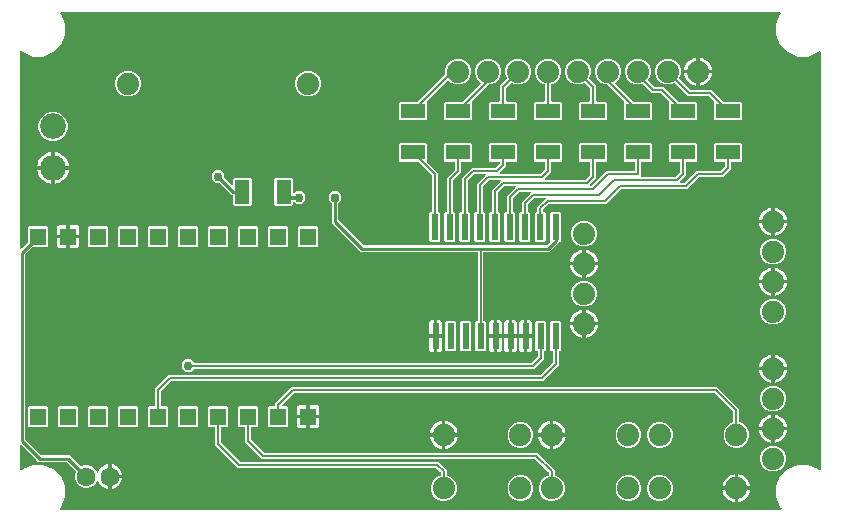
<source format=gbl>
G04 EAGLE Gerber RS-274X export*
G75*
%MOMM*%
%FSLAX34Y34*%
%LPD*%
%INBottom Copper*%
%IPPOS*%
%AMOC8*
5,1,8,0,0,1.08239X$1,22.5*%
G01*
%ADD10C,1.879600*%
%ADD11R,0.600000X2.200000*%
%ADD12C,2.184400*%
%ADD13C,1.600000*%
%ADD14R,1.270000X2.060000*%
%ADD15R,2.060000X1.270000*%
%ADD16R,1.408000X1.408000*%
%ADD17C,0.756400*%
%ADD18C,0.304800*%
%ADD19P,0.818720X8X22.500000*%
%ADD20C,0.254000*%
%ADD21C,0.152400*%
%ADD22C,0.200000*%

G36*
X654242Y10172D02*
X654242Y10172D01*
X654314Y10174D01*
X654363Y10192D01*
X654414Y10200D01*
X654478Y10234D01*
X654545Y10259D01*
X654586Y10291D01*
X654632Y10316D01*
X654681Y10368D01*
X654737Y10412D01*
X654765Y10456D01*
X654801Y10494D01*
X654831Y10559D01*
X654870Y10619D01*
X654883Y10670D01*
X654905Y10717D01*
X654913Y10788D01*
X654930Y10858D01*
X654926Y10910D01*
X654932Y10961D01*
X654916Y11032D01*
X654911Y11103D01*
X654891Y11151D01*
X654879Y11202D01*
X654843Y11263D01*
X654815Y11329D01*
X654770Y11385D01*
X654753Y11413D01*
X654735Y11428D01*
X654710Y11460D01*
X653720Y12450D01*
X650239Y20853D01*
X650239Y29947D01*
X653720Y38350D01*
X660150Y44780D01*
X668553Y48261D01*
X677647Y48261D01*
X686050Y44780D01*
X686840Y43990D01*
X686898Y43948D01*
X686950Y43899D01*
X686997Y43877D01*
X687039Y43847D01*
X687108Y43826D01*
X687173Y43795D01*
X687225Y43790D01*
X687275Y43774D01*
X687346Y43776D01*
X687417Y43768D01*
X687468Y43779D01*
X687520Y43781D01*
X687588Y43805D01*
X687658Y43821D01*
X687703Y43847D01*
X687751Y43865D01*
X687807Y43910D01*
X687869Y43947D01*
X687903Y43986D01*
X687943Y44019D01*
X687982Y44079D01*
X688029Y44134D01*
X688048Y44182D01*
X688076Y44226D01*
X688094Y44295D01*
X688121Y44362D01*
X688129Y44433D01*
X688137Y44464D01*
X688135Y44488D01*
X688139Y44529D01*
X688139Y397431D01*
X688128Y397502D01*
X688126Y397574D01*
X688108Y397623D01*
X688100Y397674D01*
X688066Y397738D01*
X688041Y397805D01*
X688009Y397846D01*
X687984Y397892D01*
X687932Y397941D01*
X687888Y397997D01*
X687844Y398025D01*
X687806Y398061D01*
X687741Y398091D01*
X687681Y398130D01*
X687630Y398143D01*
X687583Y398165D01*
X687512Y398173D01*
X687442Y398190D01*
X687390Y398186D01*
X687339Y398192D01*
X687268Y398176D01*
X687197Y398171D01*
X687149Y398151D01*
X687098Y398139D01*
X687037Y398103D01*
X686971Y398075D01*
X686915Y398030D01*
X686887Y398013D01*
X686872Y397995D01*
X686840Y397970D01*
X686050Y397180D01*
X677647Y393699D01*
X668553Y393699D01*
X660150Y397180D01*
X653720Y403610D01*
X650239Y412013D01*
X650239Y421107D01*
X653720Y429510D01*
X653950Y429740D01*
X653992Y429798D01*
X654041Y429850D01*
X654063Y429897D01*
X654093Y429939D01*
X654114Y430008D01*
X654145Y430073D01*
X654150Y430125D01*
X654166Y430175D01*
X654164Y430246D01*
X654172Y430317D01*
X654161Y430368D01*
X654159Y430420D01*
X654135Y430488D01*
X654119Y430558D01*
X654093Y430603D01*
X654075Y430651D01*
X654030Y430707D01*
X653993Y430769D01*
X653954Y430803D01*
X653921Y430843D01*
X653861Y430882D01*
X653806Y430929D01*
X653758Y430948D01*
X653714Y430976D01*
X653645Y430994D01*
X653578Y431021D01*
X653507Y431029D01*
X653476Y431037D01*
X653452Y431035D01*
X653411Y431039D01*
X45089Y431039D01*
X45018Y431028D01*
X44946Y431026D01*
X44897Y431008D01*
X44846Y431000D01*
X44782Y430966D01*
X44715Y430941D01*
X44674Y430909D01*
X44628Y430884D01*
X44579Y430833D01*
X44523Y430788D01*
X44495Y430744D01*
X44459Y430706D01*
X44429Y430641D01*
X44390Y430581D01*
X44377Y430530D01*
X44355Y430483D01*
X44347Y430412D01*
X44330Y430342D01*
X44334Y430290D01*
X44328Y430239D01*
X44344Y430168D01*
X44349Y430097D01*
X44369Y430049D01*
X44381Y429998D01*
X44417Y429937D01*
X44445Y429871D01*
X44490Y429815D01*
X44507Y429787D01*
X44525Y429772D01*
X44550Y429740D01*
X44780Y429510D01*
X48261Y421107D01*
X48261Y412013D01*
X44780Y403610D01*
X38350Y397180D01*
X29947Y393699D01*
X20853Y393699D01*
X12450Y397180D01*
X11460Y398170D01*
X11402Y398212D01*
X11350Y398261D01*
X11303Y398283D01*
X11261Y398313D01*
X11192Y398334D01*
X11127Y398365D01*
X11075Y398370D01*
X11025Y398386D01*
X10954Y398384D01*
X10883Y398392D01*
X10832Y398381D01*
X10780Y398379D01*
X10712Y398355D01*
X10642Y398339D01*
X10597Y398313D01*
X10549Y398295D01*
X10493Y398250D01*
X10431Y398213D01*
X10397Y398174D01*
X10357Y398141D01*
X10318Y398081D01*
X10271Y398026D01*
X10252Y397978D01*
X10224Y397934D01*
X10206Y397865D01*
X10179Y397798D01*
X10171Y397727D01*
X10163Y397696D01*
X10165Y397672D01*
X10161Y397631D01*
X10161Y231851D01*
X10172Y231780D01*
X10174Y231708D01*
X10192Y231659D01*
X10200Y231608D01*
X10234Y231545D01*
X10259Y231477D01*
X10291Y231437D01*
X10316Y231391D01*
X10368Y231341D01*
X10412Y231285D01*
X10456Y231257D01*
X10494Y231221D01*
X10559Y231191D01*
X10619Y231152D01*
X10670Y231140D01*
X10717Y231118D01*
X10788Y231110D01*
X10858Y231092D01*
X10910Y231096D01*
X10961Y231091D01*
X11032Y231106D01*
X11103Y231111D01*
X11151Y231132D01*
X11202Y231143D01*
X11263Y231180D01*
X11329Y231208D01*
X11385Y231253D01*
X11413Y231269D01*
X11428Y231287D01*
X11460Y231313D01*
X16612Y236465D01*
X16665Y236539D01*
X16725Y236608D01*
X16737Y236638D01*
X16756Y236664D01*
X16783Y236751D01*
X16795Y236782D01*
X16807Y236808D01*
X16808Y236814D01*
X16817Y236836D01*
X16821Y236877D01*
X16828Y236899D01*
X16827Y236932D01*
X16835Y237003D01*
X16835Y248972D01*
X17728Y249865D01*
X33072Y249865D01*
X33965Y248972D01*
X33965Y233628D01*
X33072Y232735D01*
X21103Y232735D01*
X21013Y232721D01*
X20922Y232713D01*
X20892Y232701D01*
X20860Y232696D01*
X20780Y232653D01*
X20696Y232617D01*
X20664Y232591D01*
X20643Y232580D01*
X20621Y232557D01*
X20565Y232512D01*
X14448Y226395D01*
X14395Y226321D01*
X14335Y226252D01*
X14323Y226222D01*
X14304Y226196D01*
X14277Y226109D01*
X14243Y226024D01*
X14239Y225983D01*
X14232Y225961D01*
X14233Y225928D01*
X14225Y225857D01*
X14225Y70053D01*
X14239Y69963D01*
X14247Y69872D01*
X14259Y69842D01*
X14264Y69810D01*
X14307Y69729D01*
X14343Y69646D01*
X14369Y69614D01*
X14380Y69593D01*
X14403Y69571D01*
X14448Y69515D01*
X27605Y56358D01*
X27679Y56305D01*
X27748Y56245D01*
X27778Y56233D01*
X27804Y56214D01*
X27891Y56187D01*
X27976Y56153D01*
X28017Y56149D01*
X28039Y56142D01*
X28072Y56143D01*
X28143Y56135D01*
X52118Y56135D01*
X53978Y54275D01*
X61345Y46907D01*
X61437Y46841D01*
X61472Y46811D01*
X61484Y46806D01*
X61534Y46769D01*
X61540Y46767D01*
X61545Y46764D01*
X61656Y46729D01*
X61768Y46693D01*
X61774Y46693D01*
X61780Y46691D01*
X61897Y46694D01*
X62014Y46695D01*
X62021Y46698D01*
X62026Y46698D01*
X62043Y46704D01*
X62175Y46742D01*
X64305Y47625D01*
X68095Y47625D01*
X71595Y46175D01*
X74275Y43495D01*
X74939Y41891D01*
X74993Y41805D01*
X75041Y41715D01*
X75057Y41700D01*
X75069Y41682D01*
X75147Y41617D01*
X75221Y41548D01*
X75241Y41539D01*
X75259Y41525D01*
X75353Y41488D01*
X75445Y41447D01*
X75467Y41444D01*
X75488Y41437D01*
X75589Y41432D01*
X75690Y41422D01*
X75712Y41427D01*
X75734Y41426D01*
X75831Y41454D01*
X75930Y41477D01*
X75949Y41488D01*
X75970Y41495D01*
X76053Y41552D01*
X76140Y41605D01*
X76154Y41622D01*
X76172Y41635D01*
X76233Y41716D01*
X76298Y41794D01*
X76309Y41819D01*
X76319Y41832D01*
X76329Y41863D01*
X76367Y41947D01*
X76432Y42146D01*
X77185Y43625D01*
X78160Y44967D01*
X79333Y46140D01*
X80675Y47115D01*
X82154Y47868D01*
X83732Y48381D01*
X84677Y48531D01*
X84677Y38862D01*
X84680Y38842D01*
X84678Y38823D01*
X84700Y38721D01*
X84717Y38619D01*
X84726Y38602D01*
X84730Y38582D01*
X84783Y38493D01*
X84832Y38402D01*
X84846Y38388D01*
X84856Y38371D01*
X84935Y38304D01*
X85010Y38233D01*
X85028Y38224D01*
X85043Y38211D01*
X85139Y38173D01*
X85233Y38129D01*
X85253Y38127D01*
X85271Y38119D01*
X85438Y38101D01*
X86201Y38101D01*
X86201Y38099D01*
X85438Y38099D01*
X85418Y38096D01*
X85399Y38098D01*
X85297Y38076D01*
X85195Y38059D01*
X85178Y38050D01*
X85158Y38046D01*
X85069Y37993D01*
X84978Y37944D01*
X84964Y37930D01*
X84947Y37920D01*
X84880Y37841D01*
X84809Y37766D01*
X84800Y37748D01*
X84787Y37733D01*
X84748Y37637D01*
X84705Y37543D01*
X84703Y37523D01*
X84695Y37505D01*
X84677Y37338D01*
X84677Y27669D01*
X83732Y27819D01*
X82154Y28332D01*
X80675Y29085D01*
X79333Y30060D01*
X78160Y31233D01*
X77185Y32575D01*
X76432Y34054D01*
X76367Y34253D01*
X76320Y34343D01*
X76279Y34436D01*
X76264Y34452D01*
X76254Y34472D01*
X76181Y34542D01*
X76113Y34617D01*
X76093Y34628D01*
X76077Y34643D01*
X75986Y34687D01*
X75897Y34736D01*
X75875Y34740D01*
X75855Y34749D01*
X75755Y34761D01*
X75655Y34779D01*
X75633Y34776D01*
X75611Y34779D01*
X75512Y34758D01*
X75412Y34743D01*
X75392Y34733D01*
X75370Y34729D01*
X75283Y34678D01*
X75193Y34632D01*
X75177Y34616D01*
X75158Y34605D01*
X75091Y34529D01*
X75020Y34456D01*
X75007Y34432D01*
X74996Y34420D01*
X74983Y34390D01*
X74939Y34309D01*
X74275Y32705D01*
X71595Y30025D01*
X68095Y28575D01*
X64305Y28575D01*
X60805Y30025D01*
X58125Y32705D01*
X56675Y36205D01*
X56675Y39995D01*
X57558Y42125D01*
X57584Y42239D01*
X57613Y42352D01*
X57613Y42359D01*
X57614Y42365D01*
X57603Y42481D01*
X57594Y42598D01*
X57591Y42603D01*
X57591Y42610D01*
X57543Y42717D01*
X57498Y42824D01*
X57493Y42830D01*
X57491Y42834D01*
X57478Y42848D01*
X57393Y42955D01*
X50025Y50322D01*
X49951Y50375D01*
X49882Y50435D01*
X49852Y50447D01*
X49826Y50466D01*
X49739Y50493D01*
X49654Y50527D01*
X49613Y50531D01*
X49591Y50538D01*
X49558Y50537D01*
X49487Y50545D01*
X25512Y50545D01*
X23652Y52405D01*
X11460Y64597D01*
X11402Y64639D01*
X11350Y64689D01*
X11303Y64711D01*
X11261Y64741D01*
X11192Y64762D01*
X11127Y64792D01*
X11075Y64798D01*
X11025Y64813D01*
X10954Y64811D01*
X10883Y64819D01*
X10832Y64808D01*
X10780Y64807D01*
X10712Y64782D01*
X10642Y64767D01*
X10597Y64740D01*
X10549Y64722D01*
X10493Y64678D01*
X10431Y64641D01*
X10397Y64601D01*
X10357Y64569D01*
X10318Y64508D01*
X10271Y64454D01*
X10252Y64406D01*
X10224Y64362D01*
X10206Y64292D01*
X10179Y64226D01*
X10171Y64154D01*
X10163Y64123D01*
X10165Y64100D01*
X10161Y64059D01*
X10161Y44329D01*
X10172Y44258D01*
X10174Y44186D01*
X10192Y44137D01*
X10200Y44086D01*
X10234Y44022D01*
X10259Y43955D01*
X10291Y43914D01*
X10316Y43868D01*
X10368Y43819D01*
X10412Y43763D01*
X10456Y43735D01*
X10494Y43699D01*
X10559Y43669D01*
X10619Y43630D01*
X10670Y43617D01*
X10717Y43595D01*
X10788Y43587D01*
X10858Y43570D01*
X10910Y43574D01*
X10961Y43568D01*
X11032Y43584D01*
X11103Y43589D01*
X11151Y43609D01*
X11202Y43621D01*
X11263Y43657D01*
X11329Y43685D01*
X11385Y43730D01*
X11413Y43747D01*
X11428Y43765D01*
X11460Y43790D01*
X12450Y44780D01*
X20853Y48261D01*
X29947Y48261D01*
X38350Y44780D01*
X44780Y38350D01*
X48261Y29947D01*
X48261Y20853D01*
X44780Y12450D01*
X43790Y11460D01*
X43748Y11402D01*
X43699Y11350D01*
X43677Y11303D01*
X43647Y11261D01*
X43626Y11192D01*
X43595Y11127D01*
X43590Y11075D01*
X43574Y11025D01*
X43576Y10954D01*
X43568Y10883D01*
X43579Y10832D01*
X43581Y10780D01*
X43605Y10712D01*
X43621Y10642D01*
X43647Y10597D01*
X43665Y10549D01*
X43710Y10493D01*
X43747Y10431D01*
X43786Y10397D01*
X43819Y10357D01*
X43879Y10318D01*
X43934Y10271D01*
X43982Y10252D01*
X44026Y10224D01*
X44095Y10206D01*
X44162Y10179D01*
X44233Y10171D01*
X44264Y10163D01*
X44288Y10165D01*
X44329Y10161D01*
X654171Y10161D01*
X654242Y10172D01*
G37*
%LPC*%
G36*
X383118Y236675D02*
X383118Y236675D01*
X382225Y237568D01*
X382225Y260832D01*
X383118Y261725D01*
X383464Y261725D01*
X383484Y261728D01*
X383503Y261726D01*
X383605Y261748D01*
X383707Y261764D01*
X383724Y261774D01*
X383744Y261778D01*
X383833Y261831D01*
X383924Y261880D01*
X383938Y261894D01*
X383955Y261904D01*
X384022Y261983D01*
X384094Y262058D01*
X384102Y262076D01*
X384115Y262091D01*
X384154Y262187D01*
X384197Y262281D01*
X384199Y262301D01*
X384207Y262319D01*
X384225Y262486D01*
X384225Y291276D01*
X392654Y299705D01*
X412659Y299705D01*
X412749Y299719D01*
X412840Y299727D01*
X412870Y299739D01*
X412902Y299744D01*
X412982Y299787D01*
X413066Y299823D01*
X413098Y299849D01*
X413119Y299860D01*
X413141Y299883D01*
X413197Y299928D01*
X416352Y303083D01*
X416405Y303157D01*
X416465Y303226D01*
X416477Y303256D01*
X416496Y303283D01*
X416523Y303370D01*
X416557Y303454D01*
X416561Y303495D01*
X416568Y303518D01*
X416567Y303550D01*
X416575Y303621D01*
X416575Y304014D01*
X416573Y304029D01*
X416574Y304043D01*
X416573Y304046D01*
X416574Y304053D01*
X416552Y304155D01*
X416536Y304257D01*
X416526Y304274D01*
X416522Y304294D01*
X416469Y304383D01*
X416420Y304474D01*
X416406Y304488D01*
X416396Y304505D01*
X416317Y304572D01*
X416242Y304644D01*
X416224Y304652D01*
X416209Y304665D01*
X416113Y304704D01*
X416019Y304747D01*
X415999Y304749D01*
X415981Y304757D01*
X415814Y304775D01*
X408168Y304775D01*
X407275Y305668D01*
X407275Y319632D01*
X408168Y320525D01*
X430032Y320525D01*
X430925Y319632D01*
X430925Y305668D01*
X430032Y304775D01*
X422386Y304775D01*
X422366Y304772D01*
X422347Y304774D01*
X422245Y304752D01*
X422143Y304736D01*
X422126Y304726D01*
X422106Y304722D01*
X422017Y304669D01*
X421926Y304620D01*
X421912Y304606D01*
X421895Y304596D01*
X421828Y304517D01*
X421756Y304442D01*
X421748Y304424D01*
X421735Y304409D01*
X421696Y304313D01*
X421653Y304219D01*
X421651Y304199D01*
X421643Y304181D01*
X421625Y304014D01*
X421625Y301214D01*
X419923Y299512D01*
X416335Y295924D01*
X416293Y295866D01*
X416244Y295814D01*
X416222Y295767D01*
X416191Y295725D01*
X416170Y295656D01*
X416140Y295591D01*
X416134Y295539D01*
X416119Y295489D01*
X416121Y295418D01*
X416113Y295347D01*
X416124Y295296D01*
X416125Y295244D01*
X416150Y295176D01*
X416165Y295106D01*
X416192Y295061D01*
X416210Y295013D01*
X416255Y294957D01*
X416291Y294895D01*
X416331Y294861D01*
X416363Y294821D01*
X416424Y294782D01*
X416478Y294735D01*
X416527Y294716D01*
X416570Y294688D01*
X416640Y294670D01*
X416706Y294643D01*
X416778Y294635D01*
X416809Y294627D01*
X416832Y294629D01*
X416873Y294625D01*
X450759Y294625D01*
X450849Y294639D01*
X450940Y294647D01*
X450970Y294659D01*
X451002Y294664D01*
X451082Y294707D01*
X451166Y294743D01*
X451198Y294769D01*
X451219Y294780D01*
X451241Y294803D01*
X451297Y294848D01*
X454452Y298003D01*
X454505Y298077D01*
X454565Y298146D01*
X454577Y298176D01*
X454596Y298203D01*
X454623Y298289D01*
X454657Y298374D01*
X454661Y298415D01*
X454668Y298438D01*
X454667Y298470D01*
X454675Y298541D01*
X454675Y304014D01*
X454673Y304029D01*
X454674Y304043D01*
X454673Y304046D01*
X454674Y304053D01*
X454652Y304155D01*
X454636Y304257D01*
X454626Y304274D01*
X454622Y304294D01*
X454569Y304383D01*
X454520Y304474D01*
X454506Y304488D01*
X454496Y304505D01*
X454417Y304572D01*
X454342Y304644D01*
X454324Y304652D01*
X454309Y304665D01*
X454213Y304704D01*
X454119Y304747D01*
X454099Y304749D01*
X454081Y304757D01*
X453914Y304775D01*
X446268Y304775D01*
X445375Y305668D01*
X445375Y319632D01*
X446268Y320525D01*
X468132Y320525D01*
X469025Y319632D01*
X469025Y305668D01*
X468132Y304775D01*
X460486Y304775D01*
X460466Y304772D01*
X460447Y304774D01*
X460345Y304752D01*
X460243Y304736D01*
X460226Y304726D01*
X460206Y304722D01*
X460117Y304669D01*
X460026Y304620D01*
X460012Y304606D01*
X459995Y304596D01*
X459928Y304517D01*
X459856Y304442D01*
X459848Y304424D01*
X459835Y304409D01*
X459796Y304313D01*
X459753Y304219D01*
X459751Y304199D01*
X459743Y304181D01*
X459725Y304014D01*
X459725Y296134D01*
X458023Y294432D01*
X454868Y291277D01*
X454435Y290844D01*
X454393Y290786D01*
X454344Y290734D01*
X454322Y290687D01*
X454291Y290645D01*
X454270Y290576D01*
X454240Y290511D01*
X454234Y290459D01*
X454219Y290409D01*
X454221Y290338D01*
X454213Y290267D01*
X454224Y290216D01*
X454225Y290164D01*
X454250Y290096D01*
X454265Y290026D01*
X454292Y289981D01*
X454310Y289933D01*
X454354Y289877D01*
X454391Y289815D01*
X454431Y289781D01*
X454463Y289741D01*
X454524Y289702D01*
X454578Y289655D01*
X454627Y289636D01*
X454670Y289608D01*
X454740Y289590D01*
X454806Y289563D01*
X454878Y289555D01*
X454909Y289547D01*
X454932Y289549D01*
X454973Y289545D01*
X488859Y289545D01*
X488949Y289559D01*
X489040Y289567D01*
X489070Y289579D01*
X489102Y289584D01*
X489182Y289627D01*
X489266Y289663D01*
X489298Y289689D01*
X489319Y289700D01*
X489341Y289723D01*
X489397Y289768D01*
X492552Y292923D01*
X492605Y292997D01*
X492665Y293066D01*
X492677Y293096D01*
X492696Y293123D01*
X492723Y293210D01*
X492757Y293294D01*
X492761Y293335D01*
X492768Y293358D01*
X492767Y293390D01*
X492775Y293461D01*
X492775Y304014D01*
X492773Y304029D01*
X492774Y304043D01*
X492773Y304046D01*
X492774Y304053D01*
X492752Y304155D01*
X492736Y304257D01*
X492726Y304274D01*
X492722Y304294D01*
X492669Y304383D01*
X492620Y304474D01*
X492606Y304488D01*
X492596Y304505D01*
X492517Y304572D01*
X492442Y304644D01*
X492424Y304652D01*
X492409Y304665D01*
X492313Y304704D01*
X492219Y304747D01*
X492199Y304749D01*
X492181Y304757D01*
X492014Y304775D01*
X484368Y304775D01*
X483475Y305668D01*
X483475Y319632D01*
X484368Y320525D01*
X506232Y320525D01*
X507125Y319632D01*
X507125Y305668D01*
X506232Y304775D01*
X498586Y304775D01*
X498566Y304772D01*
X498547Y304774D01*
X498445Y304752D01*
X498343Y304736D01*
X498326Y304726D01*
X498306Y304722D01*
X498217Y304669D01*
X498126Y304620D01*
X498112Y304606D01*
X498095Y304596D01*
X498028Y304517D01*
X497956Y304442D01*
X497948Y304424D01*
X497935Y304409D01*
X497896Y304313D01*
X497853Y304219D01*
X497851Y304199D01*
X497843Y304181D01*
X497825Y304014D01*
X497825Y291054D01*
X492968Y286197D01*
X492535Y285764D01*
X492493Y285706D01*
X492444Y285654D01*
X492422Y285607D01*
X492391Y285565D01*
X492370Y285496D01*
X492340Y285431D01*
X492334Y285379D01*
X492319Y285329D01*
X492321Y285258D01*
X492313Y285187D01*
X492324Y285136D01*
X492325Y285084D01*
X492350Y285016D01*
X492365Y284946D01*
X492392Y284901D01*
X492410Y284853D01*
X492454Y284797D01*
X492491Y284735D01*
X492531Y284701D01*
X492563Y284661D01*
X492624Y284622D01*
X492678Y284575D01*
X492727Y284556D01*
X492770Y284528D01*
X492840Y284510D01*
X492906Y284483D01*
X492978Y284475D01*
X493009Y284467D01*
X493032Y284469D01*
X493073Y284465D01*
X493939Y284465D01*
X494029Y284479D01*
X494120Y284487D01*
X494150Y284499D01*
X494182Y284504D01*
X494262Y284547D01*
X494346Y284583D01*
X494378Y284609D01*
X494399Y284620D01*
X494421Y284643D01*
X494477Y284688D01*
X506954Y297165D01*
X530114Y297165D01*
X530134Y297168D01*
X530153Y297166D01*
X530255Y297188D01*
X530357Y297204D01*
X530374Y297214D01*
X530394Y297218D01*
X530483Y297271D01*
X530574Y297320D01*
X530588Y297334D01*
X530605Y297344D01*
X530672Y297423D01*
X530744Y297498D01*
X530752Y297516D01*
X530765Y297531D01*
X530804Y297627D01*
X530847Y297721D01*
X530849Y297741D01*
X530857Y297759D01*
X530875Y297926D01*
X530875Y304014D01*
X530873Y304029D01*
X530874Y304043D01*
X530873Y304046D01*
X530874Y304053D01*
X530852Y304155D01*
X530836Y304257D01*
X530826Y304274D01*
X530822Y304294D01*
X530769Y304383D01*
X530720Y304474D01*
X530706Y304488D01*
X530696Y304505D01*
X530617Y304572D01*
X530542Y304644D01*
X530524Y304652D01*
X530509Y304665D01*
X530413Y304704D01*
X530319Y304747D01*
X530299Y304749D01*
X530281Y304757D01*
X530114Y304775D01*
X522468Y304775D01*
X521575Y305668D01*
X521575Y319632D01*
X522468Y320525D01*
X544332Y320525D01*
X545225Y319632D01*
X545225Y305668D01*
X544332Y304775D01*
X536686Y304775D01*
X536666Y304772D01*
X536647Y304774D01*
X536545Y304752D01*
X536443Y304736D01*
X536426Y304726D01*
X536406Y304722D01*
X536317Y304669D01*
X536226Y304620D01*
X536212Y304606D01*
X536195Y304596D01*
X536128Y304517D01*
X536056Y304442D01*
X536048Y304424D01*
X536035Y304409D01*
X535996Y304313D01*
X535953Y304219D01*
X535951Y304199D01*
X535943Y304181D01*
X535925Y304014D01*
X535925Y293594D01*
X535715Y293384D01*
X535673Y293326D01*
X535624Y293274D01*
X535602Y293227D01*
X535571Y293185D01*
X535550Y293116D01*
X535520Y293051D01*
X535514Y292999D01*
X535499Y292949D01*
X535501Y292878D01*
X535493Y292807D01*
X535504Y292756D01*
X535505Y292704D01*
X535530Y292636D01*
X535545Y292566D01*
X535572Y292521D01*
X535590Y292473D01*
X535634Y292417D01*
X535671Y292355D01*
X535711Y292321D01*
X535743Y292281D01*
X535804Y292242D01*
X535858Y292195D01*
X535907Y292176D01*
X535950Y292148D01*
X536020Y292130D01*
X536086Y292103D01*
X536158Y292095D01*
X536189Y292087D01*
X536212Y292089D01*
X536253Y292085D01*
X565059Y292085D01*
X565149Y292099D01*
X565240Y292107D01*
X565270Y292119D01*
X565302Y292124D01*
X565382Y292167D01*
X565466Y292203D01*
X565498Y292229D01*
X565519Y292240D01*
X565541Y292263D01*
X565597Y292308D01*
X568752Y295463D01*
X568805Y295537D01*
X568865Y295606D01*
X568877Y295636D01*
X568896Y295663D01*
X568923Y295750D01*
X568957Y295834D01*
X568961Y295875D01*
X568968Y295898D01*
X568967Y295930D01*
X568975Y296001D01*
X568975Y304014D01*
X568973Y304029D01*
X568974Y304043D01*
X568973Y304046D01*
X568974Y304053D01*
X568952Y304155D01*
X568936Y304257D01*
X568926Y304274D01*
X568922Y304294D01*
X568869Y304383D01*
X568820Y304474D01*
X568806Y304488D01*
X568796Y304505D01*
X568717Y304572D01*
X568642Y304644D01*
X568624Y304652D01*
X568609Y304665D01*
X568513Y304704D01*
X568419Y304747D01*
X568399Y304749D01*
X568381Y304757D01*
X568214Y304775D01*
X560568Y304775D01*
X559675Y305668D01*
X559675Y319632D01*
X560568Y320525D01*
X582432Y320525D01*
X583325Y319632D01*
X583325Y305668D01*
X582432Y304775D01*
X574786Y304775D01*
X574766Y304772D01*
X574747Y304774D01*
X574645Y304752D01*
X574543Y304736D01*
X574526Y304726D01*
X574506Y304722D01*
X574417Y304669D01*
X574326Y304620D01*
X574312Y304606D01*
X574295Y304596D01*
X574228Y304517D01*
X574156Y304442D01*
X574148Y304424D01*
X574135Y304409D01*
X574096Y304313D01*
X574053Y304219D01*
X574051Y304199D01*
X574043Y304181D01*
X574025Y304014D01*
X574025Y293594D01*
X569168Y288737D01*
X568735Y288304D01*
X568693Y288246D01*
X568644Y288194D01*
X568622Y288147D01*
X568591Y288105D01*
X568570Y288036D01*
X568540Y287971D01*
X568534Y287919D01*
X568519Y287869D01*
X568521Y287798D01*
X568513Y287727D01*
X568524Y287676D01*
X568525Y287624D01*
X568550Y287556D01*
X568565Y287486D01*
X568592Y287441D01*
X568610Y287393D01*
X568654Y287337D01*
X568691Y287275D01*
X568731Y287241D01*
X568763Y287201D01*
X568824Y287162D01*
X568878Y287115D01*
X568927Y287096D01*
X568970Y287068D01*
X569040Y287050D01*
X569106Y287023D01*
X569178Y287015D01*
X569209Y287007D01*
X569232Y287009D01*
X569273Y287005D01*
X572679Y287005D01*
X572769Y287019D01*
X572860Y287027D01*
X572890Y287039D01*
X572922Y287044D01*
X573002Y287087D01*
X573086Y287123D01*
X573118Y287149D01*
X573139Y287160D01*
X573161Y287183D01*
X573217Y287228D01*
X583154Y297165D01*
X603159Y297165D01*
X603249Y297179D01*
X603340Y297187D01*
X603370Y297199D01*
X603402Y297204D01*
X603482Y297247D01*
X603566Y297283D01*
X603598Y297309D01*
X603619Y297320D01*
X603641Y297343D01*
X603697Y297388D01*
X606852Y300543D01*
X606905Y300617D01*
X606965Y300686D01*
X606977Y300716D01*
X606996Y300743D01*
X607023Y300830D01*
X607057Y300914D01*
X607061Y300955D01*
X607068Y300978D01*
X607067Y301010D01*
X607075Y301081D01*
X607075Y304014D01*
X607073Y304029D01*
X607074Y304043D01*
X607073Y304046D01*
X607074Y304053D01*
X607052Y304155D01*
X607036Y304257D01*
X607026Y304274D01*
X607022Y304294D01*
X606969Y304383D01*
X606920Y304474D01*
X606906Y304488D01*
X606896Y304505D01*
X606817Y304572D01*
X606742Y304644D01*
X606724Y304652D01*
X606709Y304665D01*
X606613Y304704D01*
X606519Y304747D01*
X606499Y304749D01*
X606481Y304757D01*
X606314Y304775D01*
X598668Y304775D01*
X597775Y305668D01*
X597775Y319632D01*
X598668Y320525D01*
X620532Y320525D01*
X621425Y319632D01*
X621425Y305668D01*
X620532Y304775D01*
X612886Y304775D01*
X612866Y304772D01*
X612847Y304774D01*
X612745Y304752D01*
X612643Y304736D01*
X612626Y304726D01*
X612606Y304722D01*
X612517Y304669D01*
X612426Y304620D01*
X612412Y304606D01*
X612395Y304596D01*
X612328Y304517D01*
X612256Y304442D01*
X612248Y304424D01*
X612235Y304409D01*
X612196Y304313D01*
X612153Y304219D01*
X612151Y304199D01*
X612143Y304181D01*
X612125Y304014D01*
X612125Y298674D01*
X605566Y292115D01*
X585561Y292115D01*
X585471Y292101D01*
X585380Y292093D01*
X585350Y292081D01*
X585318Y292076D01*
X585238Y292033D01*
X585154Y291997D01*
X585122Y291971D01*
X585101Y291960D01*
X585079Y291937D01*
X585023Y291892D01*
X575086Y281955D01*
X519521Y281955D01*
X519431Y281941D01*
X519340Y281933D01*
X519310Y281921D01*
X519278Y281916D01*
X519198Y281873D01*
X519114Y281837D01*
X519082Y281811D01*
X519061Y281800D01*
X519039Y281777D01*
X518983Y281732D01*
X506506Y269255D01*
X458561Y269255D01*
X458471Y269241D01*
X458380Y269233D01*
X458350Y269221D01*
X458318Y269216D01*
X458238Y269173D01*
X458154Y269137D01*
X458122Y269111D01*
X458101Y269100D01*
X458079Y269077D01*
X458023Y269032D01*
X453298Y264307D01*
X453245Y264233D01*
X453185Y264164D01*
X453173Y264134D01*
X453154Y264107D01*
X453127Y264020D01*
X453093Y263936D01*
X453089Y263895D01*
X453082Y263872D01*
X453083Y263840D01*
X453075Y263769D01*
X453075Y262486D01*
X453078Y262466D01*
X453076Y262447D01*
X453098Y262345D01*
X453114Y262243D01*
X453124Y262226D01*
X453128Y262206D01*
X453181Y262117D01*
X453230Y262026D01*
X453244Y262012D01*
X453254Y261995D01*
X453333Y261928D01*
X453408Y261856D01*
X453426Y261848D01*
X453441Y261835D01*
X453537Y261796D01*
X453631Y261753D01*
X453651Y261751D01*
X453669Y261743D01*
X453836Y261725D01*
X454182Y261725D01*
X455075Y260832D01*
X455075Y237568D01*
X454182Y236675D01*
X446918Y236675D01*
X446025Y237568D01*
X446025Y260832D01*
X446918Y261725D01*
X447264Y261725D01*
X447284Y261728D01*
X447303Y261726D01*
X447405Y261748D01*
X447507Y261764D01*
X447524Y261774D01*
X447544Y261778D01*
X447633Y261831D01*
X447724Y261880D01*
X447738Y261894D01*
X447755Y261904D01*
X447822Y261983D01*
X447894Y262058D01*
X447902Y262076D01*
X447915Y262091D01*
X447954Y262187D01*
X447997Y262281D01*
X447999Y262301D01*
X448007Y262319D01*
X448025Y262486D01*
X448025Y266176D01*
X454452Y272603D01*
X454885Y273036D01*
X454927Y273094D01*
X454976Y273146D01*
X454998Y273193D01*
X455029Y273235D01*
X455050Y273304D01*
X455080Y273369D01*
X455086Y273421D01*
X455101Y273471D01*
X455099Y273542D01*
X455107Y273613D01*
X455096Y273664D01*
X455095Y273716D01*
X455070Y273784D01*
X455055Y273854D01*
X455028Y273899D01*
X455010Y273947D01*
X454966Y274003D01*
X454929Y274065D01*
X454889Y274099D01*
X454857Y274139D01*
X454796Y274178D01*
X454742Y274225D01*
X454693Y274244D01*
X454650Y274272D01*
X454580Y274290D01*
X454514Y274317D01*
X454442Y274325D01*
X454411Y274333D01*
X454388Y274331D01*
X454347Y274335D01*
X445861Y274335D01*
X445771Y274321D01*
X445680Y274313D01*
X445650Y274301D01*
X445618Y274296D01*
X445538Y274253D01*
X445454Y274217D01*
X445422Y274191D01*
X445401Y274180D01*
X445382Y274161D01*
X445380Y274160D01*
X445374Y274154D01*
X445323Y274112D01*
X440298Y269087D01*
X440245Y269013D01*
X440185Y268944D01*
X440173Y268914D01*
X440154Y268887D01*
X440127Y268800D01*
X440093Y268716D01*
X440089Y268675D01*
X440082Y268652D01*
X440083Y268620D01*
X440075Y268549D01*
X440075Y262486D01*
X440078Y262466D01*
X440076Y262447D01*
X440098Y262345D01*
X440114Y262243D01*
X440124Y262226D01*
X440128Y262206D01*
X440181Y262117D01*
X440230Y262026D01*
X440244Y262012D01*
X440254Y261995D01*
X440333Y261928D01*
X440408Y261856D01*
X440426Y261848D01*
X440441Y261835D01*
X440537Y261796D01*
X440631Y261753D01*
X440651Y261751D01*
X440669Y261743D01*
X440836Y261725D01*
X441182Y261725D01*
X442075Y260832D01*
X442075Y237568D01*
X441182Y236675D01*
X433918Y236675D01*
X433025Y237568D01*
X433025Y260832D01*
X433918Y261725D01*
X434264Y261725D01*
X434284Y261728D01*
X434303Y261726D01*
X434405Y261748D01*
X434507Y261764D01*
X434524Y261774D01*
X434544Y261778D01*
X434633Y261831D01*
X434724Y261880D01*
X434738Y261894D01*
X434755Y261904D01*
X434822Y261983D01*
X434894Y262058D01*
X434902Y262076D01*
X434915Y262091D01*
X434954Y262187D01*
X434997Y262281D01*
X434999Y262301D01*
X435007Y262319D01*
X435025Y262486D01*
X435025Y270956D01*
X441752Y277683D01*
X442185Y278116D01*
X442227Y278174D01*
X442276Y278226D01*
X442298Y278273D01*
X442329Y278315D01*
X442350Y278384D01*
X442380Y278449D01*
X442386Y278501D01*
X442401Y278551D01*
X442399Y278622D01*
X442407Y278693D01*
X442396Y278744D01*
X442395Y278796D01*
X442370Y278864D01*
X442355Y278934D01*
X442328Y278979D01*
X442310Y279027D01*
X442266Y279083D01*
X442229Y279145D01*
X442189Y279179D01*
X442157Y279219D01*
X442096Y279258D01*
X442042Y279305D01*
X441993Y279324D01*
X441950Y279352D01*
X441880Y279370D01*
X441814Y279397D01*
X441742Y279405D01*
X441711Y279413D01*
X441688Y279411D01*
X441647Y279415D01*
X433161Y279415D01*
X433071Y279401D01*
X432980Y279393D01*
X432950Y279381D01*
X432918Y279376D01*
X432838Y279333D01*
X432754Y279297D01*
X432722Y279271D01*
X432701Y279260D01*
X432679Y279237D01*
X432623Y279192D01*
X427598Y274167D01*
X427545Y274093D01*
X427485Y274024D01*
X427473Y273994D01*
X427454Y273967D01*
X427427Y273880D01*
X427393Y273796D01*
X427389Y273755D01*
X427382Y273732D01*
X427383Y273700D01*
X427375Y273629D01*
X427375Y262486D01*
X427378Y262466D01*
X427376Y262447D01*
X427398Y262345D01*
X427414Y262243D01*
X427424Y262226D01*
X427428Y262206D01*
X427481Y262117D01*
X427530Y262026D01*
X427544Y262012D01*
X427554Y261995D01*
X427633Y261928D01*
X427708Y261856D01*
X427726Y261848D01*
X427741Y261835D01*
X427837Y261796D01*
X427931Y261753D01*
X427951Y261751D01*
X427969Y261743D01*
X428136Y261725D01*
X428482Y261725D01*
X429375Y260832D01*
X429375Y237568D01*
X428482Y236675D01*
X421218Y236675D01*
X420325Y237568D01*
X420325Y260832D01*
X421218Y261725D01*
X421564Y261725D01*
X421584Y261728D01*
X421603Y261726D01*
X421705Y261748D01*
X421807Y261764D01*
X421824Y261774D01*
X421844Y261778D01*
X421933Y261831D01*
X422024Y261880D01*
X422038Y261894D01*
X422055Y261904D01*
X422122Y261983D01*
X422194Y262058D01*
X422202Y262076D01*
X422215Y262091D01*
X422254Y262187D01*
X422297Y262281D01*
X422299Y262301D01*
X422307Y262319D01*
X422325Y262486D01*
X422325Y276036D01*
X429052Y282763D01*
X429485Y283196D01*
X429527Y283254D01*
X429576Y283306D01*
X429598Y283353D01*
X429629Y283395D01*
X429650Y283464D01*
X429680Y283529D01*
X429686Y283581D01*
X429701Y283631D01*
X429699Y283702D01*
X429707Y283773D01*
X429696Y283824D01*
X429695Y283876D01*
X429670Y283944D01*
X429655Y284014D01*
X429628Y284059D01*
X429610Y284107D01*
X429566Y284163D01*
X429529Y284225D01*
X429489Y284259D01*
X429457Y284299D01*
X429396Y284338D01*
X429342Y284385D01*
X429293Y284404D01*
X429250Y284432D01*
X429180Y284450D01*
X429114Y284477D01*
X429042Y284485D01*
X429011Y284493D01*
X428988Y284491D01*
X428947Y284495D01*
X420461Y284495D01*
X420371Y284481D01*
X420280Y284473D01*
X420250Y284461D01*
X420218Y284456D01*
X420138Y284413D01*
X420054Y284377D01*
X420022Y284351D01*
X420001Y284340D01*
X419979Y284317D01*
X419923Y284272D01*
X414898Y279247D01*
X414845Y279173D01*
X414785Y279104D01*
X414773Y279074D01*
X414754Y279047D01*
X414727Y278960D01*
X414693Y278876D01*
X414689Y278835D01*
X414682Y278812D01*
X414683Y278780D01*
X414675Y278709D01*
X414675Y262486D01*
X414678Y262466D01*
X414676Y262447D01*
X414698Y262345D01*
X414714Y262243D01*
X414724Y262226D01*
X414728Y262206D01*
X414781Y262117D01*
X414830Y262026D01*
X414844Y262012D01*
X414854Y261995D01*
X414933Y261928D01*
X415008Y261856D01*
X415026Y261848D01*
X415041Y261835D01*
X415137Y261796D01*
X415231Y261753D01*
X415251Y261751D01*
X415269Y261743D01*
X415436Y261725D01*
X415782Y261725D01*
X416675Y260832D01*
X416675Y237568D01*
X415782Y236675D01*
X408518Y236675D01*
X407625Y237568D01*
X407625Y260832D01*
X408518Y261725D01*
X408864Y261725D01*
X408884Y261728D01*
X408903Y261726D01*
X409005Y261748D01*
X409107Y261764D01*
X409124Y261774D01*
X409144Y261778D01*
X409233Y261831D01*
X409324Y261880D01*
X409338Y261894D01*
X409355Y261904D01*
X409422Y261983D01*
X409494Y262058D01*
X409502Y262076D01*
X409515Y262091D01*
X409554Y262187D01*
X409597Y262281D01*
X409599Y262301D01*
X409607Y262319D01*
X409625Y262486D01*
X409625Y281116D01*
X416352Y287843D01*
X416785Y288276D01*
X416827Y288334D01*
X416876Y288386D01*
X416898Y288433D01*
X416929Y288475D01*
X416950Y288544D01*
X416980Y288609D01*
X416986Y288661D01*
X417001Y288711D01*
X416999Y288782D01*
X417007Y288853D01*
X416996Y288904D01*
X416995Y288956D01*
X416970Y289024D01*
X416955Y289094D01*
X416928Y289139D01*
X416910Y289187D01*
X416866Y289243D01*
X416829Y289305D01*
X416789Y289339D01*
X416757Y289379D01*
X416696Y289418D01*
X416642Y289465D01*
X416593Y289484D01*
X416550Y289512D01*
X416480Y289530D01*
X416414Y289557D01*
X416342Y289565D01*
X416311Y289573D01*
X416288Y289571D01*
X416247Y289575D01*
X407761Y289575D01*
X407671Y289561D01*
X407580Y289553D01*
X407550Y289541D01*
X407518Y289536D01*
X407438Y289493D01*
X407354Y289457D01*
X407322Y289431D01*
X407301Y289420D01*
X407279Y289397D01*
X407223Y289352D01*
X402198Y284327D01*
X402145Y284253D01*
X402085Y284184D01*
X402073Y284154D01*
X402054Y284127D01*
X402027Y284041D01*
X401993Y283956D01*
X401989Y283915D01*
X401982Y283892D01*
X401983Y283860D01*
X401975Y283789D01*
X401975Y262486D01*
X401978Y262466D01*
X401976Y262447D01*
X401998Y262345D01*
X402014Y262243D01*
X402024Y262226D01*
X402028Y262206D01*
X402081Y262117D01*
X402130Y262026D01*
X402144Y262012D01*
X402154Y261995D01*
X402233Y261928D01*
X402308Y261856D01*
X402326Y261848D01*
X402341Y261835D01*
X402437Y261796D01*
X402531Y261753D01*
X402551Y261751D01*
X402569Y261743D01*
X402736Y261725D01*
X403082Y261725D01*
X403975Y260832D01*
X403975Y237568D01*
X403082Y236675D01*
X395818Y236675D01*
X394925Y237568D01*
X394925Y260832D01*
X395818Y261725D01*
X396164Y261725D01*
X396184Y261728D01*
X396203Y261726D01*
X396305Y261748D01*
X396407Y261764D01*
X396424Y261774D01*
X396444Y261778D01*
X396533Y261831D01*
X396624Y261880D01*
X396638Y261894D01*
X396655Y261904D01*
X396722Y261983D01*
X396794Y262058D01*
X396802Y262076D01*
X396815Y262091D01*
X396854Y262187D01*
X396897Y262281D01*
X396899Y262301D01*
X396907Y262319D01*
X396925Y262486D01*
X396925Y286196D01*
X398627Y287898D01*
X403652Y292923D01*
X404085Y293356D01*
X404127Y293414D01*
X404176Y293466D01*
X404198Y293513D01*
X404229Y293555D01*
X404250Y293624D01*
X404280Y293689D01*
X404286Y293741D01*
X404301Y293791D01*
X404299Y293862D01*
X404307Y293933D01*
X404296Y293984D01*
X404295Y294036D01*
X404270Y294104D01*
X404255Y294174D01*
X404228Y294219D01*
X404210Y294267D01*
X404166Y294323D01*
X404129Y294385D01*
X404089Y294419D01*
X404057Y294459D01*
X403996Y294498D01*
X403942Y294545D01*
X403893Y294564D01*
X403850Y294592D01*
X403780Y294610D01*
X403714Y294637D01*
X403642Y294645D01*
X403611Y294653D01*
X403588Y294651D01*
X403547Y294655D01*
X395061Y294655D01*
X394971Y294641D01*
X394880Y294633D01*
X394850Y294621D01*
X394818Y294616D01*
X394738Y294573D01*
X394654Y294537D01*
X394622Y294511D01*
X394601Y294500D01*
X394579Y294477D01*
X394523Y294432D01*
X389498Y289407D01*
X389445Y289333D01*
X389385Y289264D01*
X389373Y289234D01*
X389354Y289207D01*
X389327Y289120D01*
X389293Y289036D01*
X389289Y288995D01*
X389282Y288972D01*
X389283Y288940D01*
X389275Y288869D01*
X389275Y262486D01*
X389278Y262466D01*
X389276Y262447D01*
X389298Y262345D01*
X389314Y262243D01*
X389324Y262226D01*
X389328Y262206D01*
X389381Y262117D01*
X389430Y262026D01*
X389444Y262012D01*
X389454Y261995D01*
X389533Y261928D01*
X389608Y261856D01*
X389626Y261848D01*
X389641Y261835D01*
X389737Y261796D01*
X389831Y261753D01*
X389851Y261751D01*
X389869Y261743D01*
X390036Y261725D01*
X390382Y261725D01*
X391275Y260832D01*
X391275Y237568D01*
X390382Y236675D01*
X383118Y236675D01*
G37*
%LPD*%
%LPC*%
G36*
X614539Y62483D02*
X614539Y62483D01*
X610525Y64146D01*
X607452Y67219D01*
X605789Y71233D01*
X605789Y75579D01*
X607452Y79593D01*
X610525Y82666D01*
X613717Y83988D01*
X613817Y84050D01*
X613917Y84110D01*
X613921Y84115D01*
X613926Y84118D01*
X614000Y84207D01*
X614077Y84297D01*
X614079Y84303D01*
X614083Y84307D01*
X614125Y84416D01*
X614169Y84525D01*
X614170Y84532D01*
X614171Y84537D01*
X614172Y84555D01*
X614187Y84692D01*
X614187Y93127D01*
X614173Y93217D01*
X614165Y93308D01*
X614153Y93338D01*
X614148Y93370D01*
X614125Y93413D01*
X614124Y93417D01*
X614112Y93436D01*
X614105Y93450D01*
X614069Y93534D01*
X614043Y93566D01*
X614032Y93587D01*
X614009Y93609D01*
X614008Y93610D01*
X613998Y93628D01*
X613986Y93638D01*
X613964Y93665D01*
X598617Y109012D01*
X598543Y109065D01*
X598474Y109125D01*
X598444Y109137D01*
X598417Y109156D01*
X598330Y109183D01*
X598246Y109217D01*
X598205Y109221D01*
X598182Y109228D01*
X598150Y109227D01*
X598079Y109235D01*
X242661Y109235D01*
X242571Y109221D01*
X242480Y109213D01*
X242450Y109201D01*
X242418Y109196D01*
X242338Y109153D01*
X242254Y109117D01*
X242222Y109091D01*
X242201Y109080D01*
X242179Y109057D01*
X242123Y109012D01*
X231875Y98764D01*
X231833Y98706D01*
X231784Y98654D01*
X231762Y98607D01*
X231731Y98565D01*
X231710Y98496D01*
X231680Y98431D01*
X231674Y98379D01*
X231659Y98329D01*
X231661Y98258D01*
X231653Y98187D01*
X231664Y98136D01*
X231665Y98084D01*
X231690Y98016D01*
X231705Y97946D01*
X231732Y97901D01*
X231750Y97853D01*
X231795Y97797D01*
X231831Y97735D01*
X231871Y97701D01*
X231903Y97661D01*
X231964Y97622D01*
X232018Y97575D01*
X232067Y97556D01*
X232110Y97528D01*
X232180Y97510D01*
X232246Y97483D01*
X232318Y97475D01*
X232349Y97467D01*
X232372Y97469D01*
X232413Y97465D01*
X236272Y97465D01*
X237165Y96572D01*
X237165Y81228D01*
X236272Y80335D01*
X220928Y80335D01*
X220035Y81228D01*
X220035Y96572D01*
X220928Y97465D01*
X225314Y97465D01*
X225334Y97468D01*
X225353Y97466D01*
X225455Y97488D01*
X225557Y97504D01*
X225574Y97514D01*
X225594Y97518D01*
X225683Y97571D01*
X225774Y97620D01*
X225788Y97634D01*
X225805Y97644D01*
X225872Y97723D01*
X225944Y97798D01*
X225952Y97816D01*
X225965Y97831D01*
X226004Y97927D01*
X226047Y98021D01*
X226049Y98041D01*
X226057Y98059D01*
X226075Y98226D01*
X226075Y100106D01*
X240254Y114285D01*
X600486Y114285D01*
X619237Y95534D01*
X619237Y84692D01*
X619256Y84577D01*
X619273Y84461D01*
X619275Y84455D01*
X619276Y84449D01*
X619331Y84346D01*
X619384Y84241D01*
X619389Y84237D01*
X619392Y84231D01*
X619476Y84152D01*
X619560Y84069D01*
X619566Y84065D01*
X619570Y84062D01*
X619587Y84054D01*
X619707Y83988D01*
X622899Y82666D01*
X625972Y79593D01*
X627635Y75579D01*
X627635Y71233D01*
X625972Y67219D01*
X622899Y64146D01*
X618885Y62483D01*
X614539Y62483D01*
G37*
%LPD*%
%LPC*%
G36*
X119328Y80335D02*
X119328Y80335D01*
X118435Y81228D01*
X118435Y96572D01*
X119328Y97465D01*
X123714Y97465D01*
X123734Y97468D01*
X123753Y97466D01*
X123855Y97488D01*
X123957Y97504D01*
X123974Y97514D01*
X123994Y97518D01*
X124083Y97571D01*
X124174Y97620D01*
X124188Y97634D01*
X124205Y97644D01*
X124272Y97723D01*
X124344Y97798D01*
X124352Y97816D01*
X124365Y97831D01*
X124404Y97927D01*
X124447Y98021D01*
X124449Y98041D01*
X124457Y98059D01*
X124475Y98226D01*
X124475Y112806D01*
X136114Y124445D01*
X450759Y124445D01*
X450849Y124459D01*
X450940Y124467D01*
X450970Y124479D01*
X451002Y124484D01*
X451082Y124527D01*
X451166Y124563D01*
X451198Y124589D01*
X451219Y124600D01*
X451241Y124623D01*
X451297Y124668D01*
X460802Y134173D01*
X460855Y134247D01*
X460915Y134316D01*
X460927Y134346D01*
X460946Y134373D01*
X460973Y134460D01*
X461007Y134544D01*
X461011Y134585D01*
X461018Y134608D01*
X461017Y134640D01*
X461025Y134711D01*
X461025Y143914D01*
X461022Y143934D01*
X461024Y143953D01*
X461002Y144055D01*
X460986Y144157D01*
X460976Y144174D01*
X460972Y144194D01*
X460919Y144283D01*
X460870Y144374D01*
X460856Y144388D01*
X460846Y144405D01*
X460767Y144472D01*
X460692Y144544D01*
X460674Y144552D01*
X460659Y144565D01*
X460563Y144604D01*
X460469Y144647D01*
X460449Y144649D01*
X460431Y144657D01*
X460264Y144675D01*
X459918Y144675D01*
X459025Y145568D01*
X459025Y168832D01*
X459918Y169725D01*
X467182Y169725D01*
X468075Y168832D01*
X468075Y145568D01*
X467182Y144675D01*
X466836Y144675D01*
X466816Y144672D01*
X466797Y144674D01*
X466695Y144652D01*
X466593Y144636D01*
X466576Y144626D01*
X466556Y144622D01*
X466467Y144569D01*
X466376Y144520D01*
X466362Y144506D01*
X466345Y144496D01*
X466278Y144417D01*
X466206Y144342D01*
X466198Y144324D01*
X466185Y144309D01*
X466146Y144213D01*
X466103Y144119D01*
X466101Y144099D01*
X466093Y144081D01*
X466075Y143914D01*
X466075Y132304D01*
X453166Y119395D01*
X138521Y119395D01*
X138431Y119381D01*
X138340Y119373D01*
X138310Y119361D01*
X138278Y119356D01*
X138198Y119313D01*
X138114Y119277D01*
X138082Y119251D01*
X138061Y119240D01*
X138039Y119217D01*
X137983Y119172D01*
X129748Y110937D01*
X129695Y110863D01*
X129635Y110794D01*
X129623Y110764D01*
X129604Y110737D01*
X129577Y110650D01*
X129543Y110566D01*
X129539Y110525D01*
X129532Y110502D01*
X129533Y110470D01*
X129525Y110399D01*
X129525Y98226D01*
X129528Y98206D01*
X129526Y98187D01*
X129548Y98085D01*
X129564Y97983D01*
X129574Y97966D01*
X129578Y97946D01*
X129631Y97857D01*
X129680Y97766D01*
X129694Y97752D01*
X129704Y97735D01*
X129783Y97668D01*
X129858Y97596D01*
X129876Y97588D01*
X129891Y97575D01*
X129987Y97536D01*
X130081Y97493D01*
X130101Y97491D01*
X130119Y97483D01*
X130286Y97465D01*
X134672Y97465D01*
X135565Y96572D01*
X135565Y81228D01*
X134672Y80335D01*
X119328Y80335D01*
G37*
%LPD*%
%LPC*%
G36*
X458075Y17271D02*
X458075Y17271D01*
X454061Y18934D01*
X450988Y22007D01*
X449325Y26021D01*
X449325Y30367D01*
X450988Y34381D01*
X454061Y37454D01*
X457253Y38776D01*
X457353Y38838D01*
X457453Y38898D01*
X457457Y38903D01*
X457462Y38906D01*
X457537Y38996D01*
X457613Y39085D01*
X457615Y39091D01*
X457619Y39095D01*
X457661Y39204D01*
X457705Y39313D01*
X457706Y39320D01*
X457707Y39325D01*
X457708Y39343D01*
X457723Y39480D01*
X457723Y41311D01*
X457709Y41401D01*
X457701Y41492D01*
X457689Y41522D01*
X457684Y41554D01*
X457641Y41634D01*
X457605Y41718D01*
X457579Y41750D01*
X457568Y41771D01*
X457545Y41793D01*
X457500Y41849D01*
X446217Y53132D01*
X446143Y53185D01*
X446074Y53245D01*
X446044Y53257D01*
X446017Y53276D01*
X445930Y53303D01*
X445846Y53337D01*
X445805Y53341D01*
X445782Y53348D01*
X445750Y53347D01*
X445679Y53355D01*
X214854Y53355D01*
X200675Y67534D01*
X200675Y79574D01*
X200672Y79594D01*
X200674Y79613D01*
X200652Y79715D01*
X200636Y79817D01*
X200626Y79834D01*
X200622Y79854D01*
X200569Y79943D01*
X200520Y80034D01*
X200506Y80048D01*
X200496Y80065D01*
X200417Y80132D01*
X200342Y80204D01*
X200324Y80212D01*
X200309Y80225D01*
X200213Y80264D01*
X200119Y80307D01*
X200099Y80309D01*
X200081Y80317D01*
X199914Y80335D01*
X195528Y80335D01*
X194635Y81228D01*
X194635Y96572D01*
X195528Y97465D01*
X210872Y97465D01*
X211765Y96572D01*
X211765Y81228D01*
X210872Y80335D01*
X206486Y80335D01*
X206466Y80332D01*
X206447Y80334D01*
X206345Y80312D01*
X206243Y80296D01*
X206226Y80286D01*
X206206Y80282D01*
X206117Y80229D01*
X206026Y80180D01*
X206012Y80166D01*
X205995Y80156D01*
X205928Y80077D01*
X205856Y80002D01*
X205848Y79984D01*
X205835Y79969D01*
X205796Y79873D01*
X205753Y79779D01*
X205751Y79759D01*
X205743Y79741D01*
X205725Y79574D01*
X205725Y69941D01*
X205739Y69851D01*
X205747Y69760D01*
X205759Y69730D01*
X205764Y69698D01*
X205807Y69618D01*
X205843Y69534D01*
X205869Y69502D01*
X205880Y69481D01*
X205903Y69459D01*
X205948Y69403D01*
X216723Y58628D01*
X216797Y58575D01*
X216866Y58515D01*
X216896Y58503D01*
X216923Y58484D01*
X217010Y58457D01*
X217094Y58423D01*
X217135Y58419D01*
X217158Y58412D01*
X217190Y58413D01*
X217261Y58405D01*
X448086Y58405D01*
X462773Y43718D01*
X462773Y39480D01*
X462792Y39365D01*
X462809Y39249D01*
X462811Y39243D01*
X462812Y39237D01*
X462867Y39134D01*
X462920Y39029D01*
X462925Y39025D01*
X462928Y39019D01*
X463012Y38940D01*
X463096Y38857D01*
X463102Y38853D01*
X463106Y38850D01*
X463123Y38842D01*
X463243Y38776D01*
X466435Y37454D01*
X469508Y34381D01*
X471171Y30367D01*
X471171Y26021D01*
X469508Y22007D01*
X466435Y18934D01*
X462421Y17271D01*
X458075Y17271D01*
G37*
%LPD*%
%LPC*%
G36*
X396418Y144675D02*
X396418Y144675D01*
X395525Y145568D01*
X395525Y168832D01*
X396418Y169725D01*
X397002Y169725D01*
X397022Y169728D01*
X397041Y169726D01*
X397143Y169748D01*
X397245Y169764D01*
X397262Y169774D01*
X397282Y169778D01*
X397371Y169831D01*
X397462Y169880D01*
X397476Y169894D01*
X397493Y169904D01*
X397560Y169983D01*
X397632Y170058D01*
X397640Y170076D01*
X397653Y170091D01*
X397692Y170187D01*
X397735Y170281D01*
X397737Y170301D01*
X397745Y170319D01*
X397763Y170486D01*
X397763Y227584D01*
X397760Y227604D01*
X397762Y227623D01*
X397740Y227725D01*
X397724Y227827D01*
X397714Y227844D01*
X397710Y227864D01*
X397657Y227953D01*
X397608Y228044D01*
X397594Y228058D01*
X397584Y228075D01*
X397505Y228142D01*
X397430Y228214D01*
X397412Y228222D01*
X397397Y228235D01*
X397301Y228274D01*
X397207Y228317D01*
X397187Y228319D01*
X397169Y228327D01*
X397002Y228345D01*
X298562Y228345D01*
X274065Y252842D01*
X274065Y269295D01*
X274051Y269385D01*
X274043Y269476D01*
X274031Y269505D01*
X274026Y269537D01*
X273983Y269618D01*
X273947Y269702D01*
X273921Y269734D01*
X273910Y269755D01*
X273887Y269777D01*
X273842Y269833D01*
X271553Y272122D01*
X271553Y276518D01*
X274662Y279627D01*
X279058Y279627D01*
X282167Y276518D01*
X282167Y272122D01*
X279878Y269833D01*
X279825Y269759D01*
X279765Y269689D01*
X279753Y269659D01*
X279734Y269633D01*
X279707Y269546D01*
X279673Y269461D01*
X279669Y269420D01*
X279662Y269398D01*
X279663Y269366D01*
X279655Y269295D01*
X279655Y255473D01*
X279669Y255383D01*
X279677Y255292D01*
X279689Y255262D01*
X279694Y255230D01*
X279737Y255150D01*
X279773Y255066D01*
X279799Y255034D01*
X279810Y255013D01*
X279833Y254991D01*
X279878Y254935D01*
X300655Y234158D01*
X300729Y234105D01*
X300798Y234045D01*
X300828Y234033D01*
X300854Y234014D01*
X300941Y233987D01*
X301026Y233953D01*
X301067Y233949D01*
X301089Y233942D01*
X301122Y233943D01*
X301193Y233935D01*
X455727Y233935D01*
X455817Y233949D01*
X455908Y233957D01*
X455938Y233969D01*
X455970Y233974D01*
X456050Y234017D01*
X456134Y234053D01*
X456167Y234079D01*
X456187Y234090D01*
X456209Y234113D01*
X456265Y234158D01*
X458812Y236705D01*
X458824Y236721D01*
X458840Y236733D01*
X458896Y236821D01*
X458956Y236904D01*
X458962Y236923D01*
X458973Y236940D01*
X458998Y237041D01*
X459028Y237140D01*
X459028Y237159D01*
X459033Y237179D01*
X459025Y237273D01*
X459025Y260832D01*
X459918Y261725D01*
X467182Y261725D01*
X468075Y260832D01*
X468075Y237568D01*
X467182Y236675D01*
X467003Y236675D01*
X466913Y236661D01*
X466822Y236653D01*
X466792Y236641D01*
X466760Y236636D01*
X466679Y236593D01*
X466596Y236557D01*
X466563Y236531D01*
X466543Y236520D01*
X466521Y236497D01*
X466465Y236452D01*
X458358Y228345D01*
X403098Y228345D01*
X403078Y228342D01*
X403059Y228344D01*
X402957Y228322D01*
X402855Y228306D01*
X402838Y228296D01*
X402818Y228292D01*
X402729Y228239D01*
X402638Y228190D01*
X402624Y228176D01*
X402607Y228166D01*
X402540Y228087D01*
X402468Y228012D01*
X402460Y227994D01*
X402447Y227979D01*
X402408Y227883D01*
X402365Y227789D01*
X402363Y227769D01*
X402355Y227751D01*
X402337Y227584D01*
X402337Y170486D01*
X402340Y170466D01*
X402338Y170447D01*
X402360Y170345D01*
X402376Y170243D01*
X402386Y170226D01*
X402390Y170206D01*
X402443Y170117D01*
X402492Y170026D01*
X402506Y170012D01*
X402516Y169995D01*
X402595Y169928D01*
X402670Y169856D01*
X402688Y169848D01*
X402703Y169835D01*
X402799Y169796D01*
X402893Y169753D01*
X402913Y169751D01*
X402931Y169743D01*
X403098Y169725D01*
X403682Y169725D01*
X404575Y168832D01*
X404575Y145568D01*
X403682Y144675D01*
X396418Y144675D01*
G37*
%LPD*%
%LPC*%
G36*
X150202Y126773D02*
X150202Y126773D01*
X147093Y129882D01*
X147093Y134278D01*
X150202Y137387D01*
X154598Y137387D01*
X157157Y134828D01*
X157231Y134775D01*
X157301Y134715D01*
X157331Y134703D01*
X157357Y134684D01*
X157444Y134657D01*
X157529Y134623D01*
X157570Y134619D01*
X157592Y134612D01*
X157624Y134613D01*
X157695Y134605D01*
X443139Y134605D01*
X443229Y134619D01*
X443320Y134627D01*
X443350Y134639D01*
X443382Y134644D01*
X443462Y134687D01*
X443546Y134723D01*
X443578Y134749D01*
X443599Y134760D01*
X443621Y134783D01*
X443677Y134828D01*
X448102Y139253D01*
X448155Y139327D01*
X448215Y139396D01*
X448227Y139426D01*
X448246Y139453D01*
X448273Y139540D01*
X448307Y139624D01*
X448311Y139665D01*
X448318Y139688D01*
X448317Y139720D01*
X448325Y139791D01*
X448325Y143914D01*
X448322Y143934D01*
X448324Y143953D01*
X448302Y144055D01*
X448286Y144157D01*
X448276Y144174D01*
X448272Y144194D01*
X448219Y144283D01*
X448170Y144374D01*
X448156Y144388D01*
X448146Y144405D01*
X448067Y144472D01*
X447992Y144544D01*
X447974Y144552D01*
X447959Y144565D01*
X447863Y144604D01*
X447769Y144647D01*
X447749Y144649D01*
X447731Y144657D01*
X447564Y144675D01*
X447218Y144675D01*
X446325Y145568D01*
X446325Y168832D01*
X447218Y169725D01*
X454482Y169725D01*
X455375Y168832D01*
X455375Y145568D01*
X454482Y144675D01*
X454136Y144675D01*
X454116Y144672D01*
X454097Y144674D01*
X453995Y144652D01*
X453893Y144636D01*
X453876Y144626D01*
X453856Y144622D01*
X453767Y144569D01*
X453676Y144520D01*
X453662Y144506D01*
X453645Y144496D01*
X453578Y144417D01*
X453506Y144342D01*
X453498Y144324D01*
X453485Y144309D01*
X453446Y144213D01*
X453403Y144119D01*
X453401Y144099D01*
X453393Y144081D01*
X453375Y143914D01*
X453375Y137384D01*
X445546Y129555D01*
X157695Y129555D01*
X157605Y129541D01*
X157514Y129533D01*
X157485Y129521D01*
X157453Y129516D01*
X157372Y129473D01*
X157288Y129437D01*
X157256Y129411D01*
X157235Y129400D01*
X157213Y129377D01*
X157157Y129332D01*
X154598Y126773D01*
X150202Y126773D01*
G37*
%LPD*%
%LPC*%
G36*
X366635Y17271D02*
X366635Y17271D01*
X362621Y18934D01*
X359548Y22007D01*
X357885Y26021D01*
X357885Y30367D01*
X359548Y34381D01*
X362621Y37454D01*
X365813Y38776D01*
X365913Y38838D01*
X366013Y38898D01*
X366017Y38903D01*
X366022Y38906D01*
X366097Y38996D01*
X366173Y39085D01*
X366175Y39091D01*
X366179Y39095D01*
X366221Y39204D01*
X366265Y39313D01*
X366266Y39320D01*
X366267Y39325D01*
X366268Y39343D01*
X366283Y39480D01*
X366283Y41311D01*
X366269Y41401D01*
X366261Y41492D01*
X366249Y41522D01*
X366244Y41554D01*
X366201Y41634D01*
X366165Y41718D01*
X366139Y41750D01*
X366128Y41771D01*
X366105Y41793D01*
X366060Y41849D01*
X362397Y45512D01*
X362323Y45565D01*
X362254Y45625D01*
X362224Y45637D01*
X362197Y45656D01*
X362110Y45683D01*
X362026Y45717D01*
X361985Y45721D01*
X361962Y45728D01*
X361930Y45727D01*
X361859Y45735D01*
X194534Y45735D01*
X175275Y64994D01*
X175275Y79574D01*
X175272Y79594D01*
X175274Y79613D01*
X175252Y79715D01*
X175236Y79817D01*
X175226Y79834D01*
X175222Y79854D01*
X175169Y79943D01*
X175120Y80034D01*
X175106Y80048D01*
X175096Y80065D01*
X175017Y80132D01*
X174942Y80204D01*
X174924Y80212D01*
X174909Y80225D01*
X174813Y80264D01*
X174719Y80307D01*
X174699Y80309D01*
X174681Y80317D01*
X174514Y80335D01*
X170128Y80335D01*
X169235Y81228D01*
X169235Y96572D01*
X170128Y97465D01*
X185472Y97465D01*
X186365Y96572D01*
X186365Y81228D01*
X185472Y80335D01*
X181086Y80335D01*
X181066Y80332D01*
X181047Y80334D01*
X180945Y80312D01*
X180843Y80296D01*
X180826Y80286D01*
X180806Y80282D01*
X180717Y80229D01*
X180626Y80180D01*
X180612Y80166D01*
X180595Y80156D01*
X180528Y80077D01*
X180456Y80002D01*
X180448Y79984D01*
X180435Y79969D01*
X180396Y79873D01*
X180353Y79779D01*
X180351Y79759D01*
X180343Y79741D01*
X180325Y79574D01*
X180325Y67401D01*
X180339Y67311D01*
X180347Y67220D01*
X180359Y67190D01*
X180364Y67158D01*
X180407Y67078D01*
X180443Y66994D01*
X180469Y66962D01*
X180480Y66941D01*
X180503Y66919D01*
X180548Y66863D01*
X196403Y51008D01*
X196477Y50955D01*
X196546Y50895D01*
X196576Y50883D01*
X196603Y50864D01*
X196690Y50837D01*
X196774Y50803D01*
X196815Y50799D01*
X196838Y50792D01*
X196870Y50793D01*
X196941Y50785D01*
X364266Y50785D01*
X371333Y43718D01*
X371333Y39480D01*
X371352Y39365D01*
X371369Y39249D01*
X371371Y39243D01*
X371372Y39237D01*
X371427Y39134D01*
X371480Y39029D01*
X371485Y39025D01*
X371488Y39019D01*
X371572Y38940D01*
X371656Y38857D01*
X371662Y38853D01*
X371666Y38850D01*
X371683Y38842D01*
X371803Y38776D01*
X374995Y37454D01*
X378068Y34381D01*
X379731Y30367D01*
X379731Y26021D01*
X378068Y22007D01*
X374995Y18934D01*
X370981Y17271D01*
X366635Y17271D01*
G37*
%LPD*%
%LPC*%
G36*
X598668Y339875D02*
X598668Y339875D01*
X597775Y340768D01*
X597775Y354732D01*
X597873Y354830D01*
X597885Y354846D01*
X597901Y354858D01*
X597956Y354945D01*
X598017Y355029D01*
X598023Y355048D01*
X598034Y355065D01*
X598059Y355165D01*
X598089Y355264D01*
X598089Y355284D01*
X598094Y355304D01*
X598086Y355407D01*
X598083Y355510D01*
X598076Y355529D01*
X598074Y355549D01*
X598034Y355644D01*
X597998Y355741D01*
X597986Y355757D01*
X597978Y355775D01*
X597873Y355906D01*
X593307Y360472D01*
X593233Y360525D01*
X593164Y360585D01*
X593134Y360597D01*
X593107Y360616D01*
X593020Y360643D01*
X592936Y360677D01*
X592895Y360681D01*
X592872Y360688D01*
X592840Y360687D01*
X592769Y360695D01*
X575534Y360695D01*
X564995Y371235D01*
X564901Y371302D01*
X564806Y371373D01*
X564800Y371375D01*
X564795Y371378D01*
X564684Y371412D01*
X564572Y371449D01*
X564566Y371449D01*
X564560Y371451D01*
X564443Y371448D01*
X564326Y371446D01*
X564319Y371444D01*
X564314Y371444D01*
X564297Y371438D01*
X564165Y371400D01*
X560973Y370077D01*
X556627Y370077D01*
X552613Y371740D01*
X549540Y374813D01*
X547877Y378827D01*
X547877Y383173D01*
X549540Y387187D01*
X552613Y390260D01*
X556627Y391923D01*
X560973Y391923D01*
X564987Y390260D01*
X568060Y387187D01*
X569723Y383173D01*
X569723Y378827D01*
X568400Y375635D01*
X568374Y375521D01*
X568345Y375408D01*
X568346Y375401D01*
X568344Y375395D01*
X568355Y375279D01*
X568364Y375162D01*
X568367Y375157D01*
X568367Y375150D01*
X568415Y375043D01*
X568461Y374936D01*
X568465Y374930D01*
X568467Y374926D01*
X568480Y374912D01*
X568565Y374805D01*
X577403Y365968D01*
X577477Y365915D01*
X577546Y365855D01*
X577576Y365843D01*
X577603Y365824D01*
X577690Y365797D01*
X577774Y365763D01*
X577815Y365759D01*
X577838Y365752D01*
X577870Y365753D01*
X577941Y365745D01*
X595176Y365745D01*
X605073Y355848D01*
X605147Y355795D01*
X605216Y355735D01*
X605246Y355723D01*
X605273Y355704D01*
X605360Y355677D01*
X605444Y355643D01*
X605485Y355639D01*
X605508Y355632D01*
X605540Y355633D01*
X605611Y355625D01*
X620532Y355625D01*
X621425Y354732D01*
X621425Y340768D01*
X620532Y339875D01*
X598668Y339875D01*
G37*
%LPD*%
%LPC*%
G36*
X560568Y339875D02*
X560568Y339875D01*
X559675Y340768D01*
X559675Y354732D01*
X559773Y354830D01*
X559785Y354846D01*
X559801Y354858D01*
X559856Y354945D01*
X559917Y355029D01*
X559923Y355048D01*
X559934Y355065D01*
X559959Y355165D01*
X559989Y355264D01*
X559989Y355284D01*
X559994Y355304D01*
X559986Y355407D01*
X559983Y355510D01*
X559976Y355529D01*
X559974Y355549D01*
X559934Y355644D01*
X559898Y355741D01*
X559886Y355757D01*
X559878Y355775D01*
X559773Y355906D01*
X552667Y363012D01*
X552593Y363065D01*
X552524Y363125D01*
X552494Y363137D01*
X552467Y363156D01*
X552380Y363183D01*
X552296Y363217D01*
X552255Y363221D01*
X552232Y363228D01*
X552200Y363227D01*
X552129Y363235D01*
X545054Y363235D01*
X537799Y370491D01*
X537704Y370559D01*
X537610Y370629D01*
X537604Y370631D01*
X537599Y370634D01*
X537488Y370668D01*
X537376Y370705D01*
X537370Y370705D01*
X537364Y370707D01*
X537247Y370704D01*
X537130Y370702D01*
X537123Y370700D01*
X537118Y370700D01*
X537101Y370694D01*
X536969Y370656D01*
X535573Y370077D01*
X531227Y370077D01*
X527213Y371740D01*
X524140Y374813D01*
X522477Y378827D01*
X522477Y383173D01*
X524140Y387187D01*
X527213Y390260D01*
X531227Y391923D01*
X535573Y391923D01*
X539587Y390260D01*
X542660Y387187D01*
X544323Y383173D01*
X544323Y378827D01*
X542660Y374813D01*
X542177Y374330D01*
X542165Y374314D01*
X542150Y374301D01*
X542094Y374214D01*
X542034Y374130D01*
X542028Y374111D01*
X542017Y374094D01*
X541992Y373994D01*
X541961Y373895D01*
X541962Y373875D01*
X541957Y373856D01*
X541965Y373753D01*
X541968Y373649D01*
X541974Y373630D01*
X541976Y373611D01*
X542016Y373516D01*
X542052Y373418D01*
X542065Y373403D01*
X542072Y373384D01*
X542177Y373253D01*
X546923Y368508D01*
X546997Y368455D01*
X547066Y368395D01*
X547096Y368383D01*
X547123Y368364D01*
X547210Y368337D01*
X547294Y368303D01*
X547335Y368299D01*
X547358Y368292D01*
X547390Y368293D01*
X547461Y368285D01*
X554536Y368285D01*
X566973Y355848D01*
X567047Y355795D01*
X567116Y355735D01*
X567146Y355723D01*
X567173Y355704D01*
X567260Y355677D01*
X567344Y355643D01*
X567385Y355639D01*
X567408Y355632D01*
X567440Y355633D01*
X567511Y355625D01*
X582432Y355625D01*
X583325Y354732D01*
X583325Y340768D01*
X582432Y339875D01*
X560568Y339875D01*
G37*
%LPD*%
%LPC*%
G36*
X331968Y339875D02*
X331968Y339875D01*
X331075Y340768D01*
X331075Y354732D01*
X331968Y355625D01*
X346889Y355625D01*
X346979Y355639D01*
X347070Y355647D01*
X347100Y355659D01*
X347132Y355664D01*
X347212Y355707D01*
X347296Y355743D01*
X347328Y355769D01*
X347349Y355780D01*
X347371Y355803D01*
X347427Y355848D01*
X369854Y378275D01*
X369907Y378349D01*
X369967Y378418D01*
X369979Y378448D01*
X369998Y378475D01*
X370025Y378562D01*
X370059Y378646D01*
X370063Y378687D01*
X370070Y378710D01*
X370069Y378742D01*
X370077Y378813D01*
X370077Y383173D01*
X371740Y387187D01*
X374813Y390260D01*
X378827Y391923D01*
X383173Y391923D01*
X387187Y390260D01*
X390260Y387187D01*
X391923Y383173D01*
X391923Y378827D01*
X390260Y374813D01*
X387187Y371740D01*
X383173Y370077D01*
X378827Y370077D01*
X374813Y371740D01*
X373175Y373378D01*
X373159Y373390D01*
X373146Y373405D01*
X373059Y373461D01*
X372975Y373521D01*
X372956Y373527D01*
X372939Y373538D01*
X372839Y373563D01*
X372740Y373594D01*
X372720Y373593D01*
X372701Y373598D01*
X372598Y373590D01*
X372494Y373587D01*
X372476Y373581D01*
X372456Y373579D01*
X372361Y373539D01*
X372263Y373503D01*
X372248Y373490D01*
X372229Y373483D01*
X372098Y373378D01*
X354627Y355906D01*
X354615Y355890D01*
X354599Y355878D01*
X354543Y355790D01*
X354483Y355706D01*
X354477Y355687D01*
X354466Y355671D01*
X354441Y355570D01*
X354411Y355471D01*
X354411Y355451D01*
X354406Y355432D01*
X354414Y355329D01*
X354417Y355225D01*
X354424Y355207D01*
X354426Y355187D01*
X354466Y355092D01*
X354502Y354994D01*
X354514Y354979D01*
X354522Y354961D01*
X354627Y354830D01*
X354725Y354732D01*
X354725Y340768D01*
X353832Y339875D01*
X331968Y339875D01*
G37*
%LPD*%
%LPC*%
G36*
X370068Y339875D02*
X370068Y339875D01*
X369175Y340768D01*
X369175Y354732D01*
X370068Y355625D01*
X384989Y355625D01*
X385079Y355639D01*
X385170Y355647D01*
X385200Y355659D01*
X385232Y355664D01*
X385312Y355707D01*
X385396Y355743D01*
X385428Y355769D01*
X385449Y355780D01*
X385471Y355803D01*
X385527Y355848D01*
X400278Y370598D01*
X400290Y370615D01*
X400305Y370627D01*
X400361Y370714D01*
X400421Y370798D01*
X400427Y370817D01*
X400438Y370834D01*
X400463Y370935D01*
X400494Y371033D01*
X400493Y371053D01*
X400498Y371073D01*
X400490Y371175D01*
X400487Y371279D01*
X400481Y371298D01*
X400479Y371318D01*
X400439Y371413D01*
X400403Y371510D01*
X400391Y371526D01*
X400383Y371544D01*
X400278Y371675D01*
X397140Y374813D01*
X395477Y378827D01*
X395477Y383173D01*
X397140Y387187D01*
X400213Y390260D01*
X404227Y391923D01*
X408573Y391923D01*
X412587Y390260D01*
X415660Y387187D01*
X417323Y383173D01*
X417323Y378827D01*
X415660Y374813D01*
X412587Y371740D01*
X408573Y370077D01*
X407213Y370077D01*
X407123Y370063D01*
X407032Y370055D01*
X407002Y370043D01*
X406970Y370038D01*
X406890Y369995D01*
X406806Y369959D01*
X406774Y369933D01*
X406753Y369922D01*
X406731Y369899D01*
X406675Y369854D01*
X392727Y355906D01*
X392715Y355890D01*
X392699Y355878D01*
X392643Y355790D01*
X392583Y355706D01*
X392577Y355687D01*
X392566Y355671D01*
X392541Y355570D01*
X392511Y355471D01*
X392511Y355451D01*
X392506Y355432D01*
X392514Y355329D01*
X392517Y355225D01*
X392524Y355207D01*
X392526Y355187D01*
X392566Y355092D01*
X392602Y354994D01*
X392614Y354979D01*
X392622Y354961D01*
X392727Y354830D01*
X392825Y354732D01*
X392825Y340768D01*
X391932Y339875D01*
X370068Y339875D01*
G37*
%LPD*%
%LPC*%
G36*
X522468Y339875D02*
X522468Y339875D01*
X521575Y340768D01*
X521575Y354732D01*
X521673Y354830D01*
X521685Y354846D01*
X521701Y354858D01*
X521756Y354945D01*
X521817Y355029D01*
X521823Y355048D01*
X521834Y355065D01*
X521859Y355165D01*
X521889Y355264D01*
X521889Y355284D01*
X521894Y355304D01*
X521886Y355407D01*
X521883Y355510D01*
X521876Y355529D01*
X521874Y355549D01*
X521834Y355644D01*
X521798Y355741D01*
X521786Y355757D01*
X521778Y355775D01*
X521673Y355906D01*
X507725Y369854D01*
X507651Y369907D01*
X507582Y369967D01*
X507552Y369979D01*
X507525Y369998D01*
X507439Y370025D01*
X507354Y370059D01*
X507313Y370063D01*
X507290Y370070D01*
X507258Y370069D01*
X507187Y370077D01*
X505827Y370077D01*
X501813Y371740D01*
X498740Y374813D01*
X497077Y378827D01*
X497077Y383173D01*
X498740Y387187D01*
X501813Y390260D01*
X505827Y391923D01*
X510173Y391923D01*
X514187Y390260D01*
X517260Y387187D01*
X518923Y383173D01*
X518923Y378827D01*
X517260Y374813D01*
X514122Y371675D01*
X514110Y371659D01*
X514095Y371646D01*
X514039Y371559D01*
X513979Y371475D01*
X513973Y371456D01*
X513962Y371439D01*
X513937Y371339D01*
X513906Y371240D01*
X513907Y371220D01*
X513902Y371201D01*
X513910Y371098D01*
X513913Y370994D01*
X513919Y370975D01*
X513921Y370956D01*
X513961Y370861D01*
X513997Y370763D01*
X514010Y370748D01*
X514017Y370729D01*
X514122Y370598D01*
X528873Y355848D01*
X528947Y355795D01*
X529016Y355735D01*
X529046Y355723D01*
X529073Y355704D01*
X529159Y355677D01*
X529244Y355643D01*
X529285Y355639D01*
X529308Y355632D01*
X529340Y355633D01*
X529411Y355625D01*
X544332Y355625D01*
X545225Y354732D01*
X545225Y340768D01*
X544332Y339875D01*
X522468Y339875D01*
G37*
%LPD*%
%LPC*%
G36*
X484368Y339875D02*
X484368Y339875D01*
X483475Y340768D01*
X483475Y354732D01*
X484368Y355625D01*
X492014Y355625D01*
X492034Y355628D01*
X492053Y355626D01*
X492155Y355648D01*
X492257Y355664D01*
X492274Y355674D01*
X492294Y355678D01*
X492383Y355731D01*
X492474Y355780D01*
X492488Y355794D01*
X492505Y355804D01*
X492572Y355883D01*
X492644Y355958D01*
X492652Y355976D01*
X492665Y355991D01*
X492704Y356087D01*
X492747Y356181D01*
X492749Y356201D01*
X492757Y356219D01*
X492775Y356386D01*
X492775Y366939D01*
X492761Y367029D01*
X492753Y367120D01*
X492741Y367150D01*
X492736Y367182D01*
X492693Y367262D01*
X492657Y367346D01*
X492631Y367378D01*
X492620Y367399D01*
X492597Y367421D01*
X492552Y367477D01*
X488795Y371235D01*
X488700Y371303D01*
X488606Y371373D01*
X488600Y371375D01*
X488595Y371378D01*
X488484Y371412D01*
X488372Y371449D01*
X488366Y371449D01*
X488360Y371451D01*
X488243Y371448D01*
X488126Y371446D01*
X488119Y371444D01*
X488114Y371444D01*
X488097Y371438D01*
X487965Y371400D01*
X484773Y370077D01*
X480427Y370077D01*
X476413Y371740D01*
X473340Y374813D01*
X471677Y378827D01*
X471677Y383173D01*
X473340Y387187D01*
X476413Y390260D01*
X480427Y391923D01*
X484773Y391923D01*
X488787Y390260D01*
X491860Y387187D01*
X493523Y383173D01*
X493523Y378827D01*
X492200Y375635D01*
X492174Y375521D01*
X492145Y375408D01*
X492146Y375401D01*
X492144Y375395D01*
X492155Y375279D01*
X492164Y375162D01*
X492167Y375157D01*
X492167Y375150D01*
X492215Y375043D01*
X492261Y374936D01*
X492265Y374930D01*
X492267Y374926D01*
X492280Y374912D01*
X492365Y374805D01*
X497825Y369346D01*
X497825Y356386D01*
X497828Y356366D01*
X497826Y356347D01*
X497848Y356245D01*
X497864Y356143D01*
X497874Y356126D01*
X497878Y356106D01*
X497931Y356017D01*
X497980Y355926D01*
X497994Y355912D01*
X498004Y355895D01*
X498083Y355828D01*
X498158Y355756D01*
X498176Y355748D01*
X498191Y355735D01*
X498287Y355696D01*
X498381Y355653D01*
X498401Y355651D01*
X498419Y355643D01*
X498586Y355625D01*
X506232Y355625D01*
X507125Y354732D01*
X507125Y340768D01*
X506232Y339875D01*
X484368Y339875D01*
G37*
%LPD*%
%LPC*%
G36*
X408168Y339875D02*
X408168Y339875D01*
X407275Y340768D01*
X407275Y354732D01*
X408168Y355625D01*
X415814Y355625D01*
X415834Y355628D01*
X415853Y355626D01*
X415955Y355648D01*
X416057Y355664D01*
X416074Y355674D01*
X416094Y355678D01*
X416183Y355731D01*
X416274Y355780D01*
X416288Y355794D01*
X416305Y355804D01*
X416372Y355883D01*
X416444Y355958D01*
X416452Y355976D01*
X416465Y355991D01*
X416504Y356087D01*
X416547Y356181D01*
X416549Y356201D01*
X416557Y356219D01*
X416575Y356386D01*
X416575Y369346D01*
X418277Y371048D01*
X422035Y374805D01*
X422103Y374900D01*
X422173Y374994D01*
X422175Y375000D01*
X422178Y375005D01*
X422212Y375116D01*
X422249Y375228D01*
X422249Y375234D01*
X422251Y375240D01*
X422248Y375357D01*
X422246Y375474D01*
X422244Y375481D01*
X422244Y375486D01*
X422238Y375503D01*
X422200Y375635D01*
X420877Y378827D01*
X420877Y383173D01*
X422540Y387187D01*
X425613Y390260D01*
X429627Y391923D01*
X433973Y391923D01*
X437987Y390260D01*
X441060Y387187D01*
X442723Y383173D01*
X442723Y378827D01*
X441060Y374813D01*
X437987Y371740D01*
X433973Y370077D01*
X429627Y370077D01*
X426435Y371400D01*
X426321Y371426D01*
X426208Y371455D01*
X426201Y371454D01*
X426195Y371456D01*
X426079Y371445D01*
X425962Y371436D01*
X425957Y371433D01*
X425950Y371433D01*
X425843Y371385D01*
X425736Y371339D01*
X425730Y371335D01*
X425726Y371333D01*
X425712Y371320D01*
X425605Y371235D01*
X421848Y367477D01*
X421795Y367403D01*
X421735Y367334D01*
X421723Y367304D01*
X421704Y367277D01*
X421677Y367191D01*
X421643Y367106D01*
X421639Y367065D01*
X421632Y367042D01*
X421633Y367010D01*
X421625Y366939D01*
X421625Y356386D01*
X421628Y356366D01*
X421626Y356347D01*
X421648Y356245D01*
X421664Y356143D01*
X421674Y356126D01*
X421678Y356106D01*
X421731Y356017D01*
X421780Y355926D01*
X421794Y355912D01*
X421804Y355895D01*
X421883Y355828D01*
X421958Y355756D01*
X421976Y355748D01*
X421991Y355735D01*
X422087Y355696D01*
X422181Y355653D01*
X422201Y355651D01*
X422219Y355643D01*
X422386Y355625D01*
X430032Y355625D01*
X430925Y354732D01*
X430925Y340768D01*
X430032Y339875D01*
X408168Y339875D01*
G37*
%LPD*%
%LPC*%
G36*
X357718Y236675D02*
X357718Y236675D01*
X356825Y237568D01*
X356825Y260832D01*
X357718Y261725D01*
X358064Y261725D01*
X358084Y261728D01*
X358103Y261726D01*
X358205Y261748D01*
X358307Y261764D01*
X358324Y261774D01*
X358344Y261778D01*
X358433Y261831D01*
X358524Y261880D01*
X358538Y261894D01*
X358555Y261904D01*
X358622Y261983D01*
X358694Y262058D01*
X358702Y262076D01*
X358715Y262091D01*
X358754Y262187D01*
X358797Y262281D01*
X358799Y262301D01*
X358807Y262319D01*
X358825Y262486D01*
X358825Y292839D01*
X358811Y292929D01*
X358803Y293020D01*
X358791Y293050D01*
X358786Y293082D01*
X358743Y293162D01*
X358707Y293246D01*
X358681Y293278D01*
X358670Y293299D01*
X358647Y293321D01*
X358602Y293377D01*
X347427Y304552D01*
X347353Y304605D01*
X347284Y304665D01*
X347254Y304677D01*
X347227Y304696D01*
X347140Y304723D01*
X347056Y304757D01*
X347015Y304761D01*
X346992Y304768D01*
X346960Y304767D01*
X346889Y304775D01*
X331968Y304775D01*
X331075Y305668D01*
X331075Y319632D01*
X331968Y320525D01*
X353832Y320525D01*
X354725Y319632D01*
X354725Y305668D01*
X354627Y305570D01*
X354615Y305554D01*
X354599Y305542D01*
X354544Y305455D01*
X354483Y305371D01*
X354477Y305352D01*
X354466Y305335D01*
X354441Y305235D01*
X354411Y305136D01*
X354411Y305116D01*
X354406Y305096D01*
X354414Y304993D01*
X354417Y304890D01*
X354424Y304871D01*
X354426Y304851D01*
X354466Y304756D01*
X354502Y304659D01*
X354514Y304643D01*
X354522Y304625D01*
X354627Y304494D01*
X362173Y296948D01*
X363875Y295246D01*
X363875Y262486D01*
X363878Y262466D01*
X363876Y262447D01*
X363898Y262345D01*
X363914Y262243D01*
X363924Y262226D01*
X363928Y262206D01*
X363981Y262117D01*
X364030Y262026D01*
X364044Y262012D01*
X364054Y261995D01*
X364133Y261928D01*
X364208Y261856D01*
X364226Y261848D01*
X364241Y261835D01*
X364337Y261796D01*
X364431Y261753D01*
X364451Y261751D01*
X364469Y261743D01*
X364636Y261725D01*
X364982Y261725D01*
X365875Y260832D01*
X365875Y237568D01*
X364982Y236675D01*
X357718Y236675D01*
G37*
%LPD*%
%LPC*%
G36*
X370418Y236675D02*
X370418Y236675D01*
X369525Y237568D01*
X369525Y260832D01*
X370418Y261725D01*
X370764Y261725D01*
X370784Y261728D01*
X370803Y261726D01*
X370905Y261748D01*
X371007Y261764D01*
X371024Y261774D01*
X371044Y261778D01*
X371133Y261831D01*
X371224Y261880D01*
X371238Y261894D01*
X371255Y261904D01*
X371322Y261983D01*
X371394Y262058D01*
X371402Y262076D01*
X371415Y262091D01*
X371454Y262187D01*
X371497Y262281D01*
X371499Y262301D01*
X371507Y262319D01*
X371525Y262486D01*
X371525Y291276D01*
X378252Y298003D01*
X378305Y298077D01*
X378365Y298146D01*
X378377Y298176D01*
X378396Y298203D01*
X378423Y298290D01*
X378457Y298374D01*
X378461Y298415D01*
X378468Y298438D01*
X378467Y298470D01*
X378475Y298541D01*
X378475Y304014D01*
X378473Y304029D01*
X378474Y304043D01*
X378473Y304046D01*
X378474Y304053D01*
X378452Y304155D01*
X378436Y304257D01*
X378426Y304274D01*
X378422Y304294D01*
X378369Y304383D01*
X378320Y304474D01*
X378306Y304488D01*
X378296Y304505D01*
X378217Y304572D01*
X378142Y304644D01*
X378124Y304652D01*
X378109Y304665D01*
X378013Y304704D01*
X377919Y304747D01*
X377899Y304749D01*
X377881Y304757D01*
X377714Y304775D01*
X370068Y304775D01*
X369175Y305668D01*
X369175Y319632D01*
X370068Y320525D01*
X391932Y320525D01*
X392825Y319632D01*
X392825Y305668D01*
X391932Y304775D01*
X384286Y304775D01*
X384266Y304772D01*
X384247Y304774D01*
X384145Y304752D01*
X384043Y304736D01*
X384026Y304726D01*
X384006Y304722D01*
X383917Y304669D01*
X383826Y304620D01*
X383812Y304606D01*
X383795Y304596D01*
X383728Y304517D01*
X383656Y304442D01*
X383648Y304424D01*
X383635Y304409D01*
X383596Y304313D01*
X383553Y304219D01*
X383551Y304199D01*
X383543Y304181D01*
X383525Y304014D01*
X383525Y296134D01*
X376798Y289407D01*
X376745Y289333D01*
X376685Y289264D01*
X376673Y289234D01*
X376654Y289207D01*
X376627Y289120D01*
X376593Y289036D01*
X376589Y288995D01*
X376582Y288972D01*
X376583Y288940D01*
X376575Y288869D01*
X376575Y262486D01*
X376578Y262466D01*
X376576Y262447D01*
X376598Y262345D01*
X376614Y262243D01*
X376624Y262226D01*
X376628Y262206D01*
X376681Y262117D01*
X376730Y262026D01*
X376744Y262012D01*
X376754Y261995D01*
X376833Y261928D01*
X376908Y261856D01*
X376926Y261848D01*
X376941Y261835D01*
X377037Y261796D01*
X377131Y261753D01*
X377151Y261751D01*
X377169Y261743D01*
X377336Y261725D01*
X377682Y261725D01*
X378575Y260832D01*
X378575Y237568D01*
X377682Y236675D01*
X370418Y236675D01*
G37*
%LPD*%
%LPC*%
G36*
X446268Y339875D02*
X446268Y339875D01*
X445375Y340768D01*
X445375Y354732D01*
X446268Y355625D01*
X453914Y355625D01*
X453934Y355628D01*
X453953Y355626D01*
X454055Y355648D01*
X454157Y355664D01*
X454174Y355674D01*
X454194Y355678D01*
X454283Y355731D01*
X454374Y355780D01*
X454388Y355794D01*
X454405Y355804D01*
X454472Y355883D01*
X454544Y355958D01*
X454552Y355976D01*
X454565Y355991D01*
X454604Y356087D01*
X454647Y356181D01*
X454649Y356201D01*
X454657Y356219D01*
X454675Y356386D01*
X454675Y369714D01*
X454656Y369829D01*
X454639Y369945D01*
X454637Y369951D01*
X454636Y369957D01*
X454581Y370060D01*
X454528Y370165D01*
X454523Y370169D01*
X454520Y370175D01*
X454436Y370254D01*
X454352Y370337D01*
X454346Y370341D01*
X454342Y370344D01*
X454325Y370352D01*
X454205Y370418D01*
X451013Y371740D01*
X447940Y374813D01*
X446277Y378827D01*
X446277Y383173D01*
X447940Y387187D01*
X451013Y390260D01*
X455027Y391923D01*
X459373Y391923D01*
X463387Y390260D01*
X466460Y387187D01*
X468123Y383173D01*
X468123Y378827D01*
X466460Y374813D01*
X463387Y371740D01*
X460195Y370418D01*
X460095Y370356D01*
X459995Y370296D01*
X459991Y370291D01*
X459986Y370288D01*
X459911Y370198D01*
X459835Y370109D01*
X459833Y370103D01*
X459829Y370099D01*
X459787Y369990D01*
X459743Y369881D01*
X459742Y369874D01*
X459741Y369869D01*
X459740Y369851D01*
X459725Y369714D01*
X459725Y356386D01*
X459728Y356366D01*
X459726Y356347D01*
X459748Y356245D01*
X459764Y356143D01*
X459774Y356126D01*
X459778Y356106D01*
X459831Y356017D01*
X459880Y355926D01*
X459894Y355912D01*
X459904Y355895D01*
X459983Y355828D01*
X460058Y355756D01*
X460076Y355748D01*
X460091Y355735D01*
X460187Y355696D01*
X460281Y355653D01*
X460301Y355651D01*
X460319Y355643D01*
X460486Y355625D01*
X468132Y355625D01*
X469025Y354732D01*
X469025Y340768D01*
X468132Y339875D01*
X446268Y339875D01*
G37*
%LPD*%
%LPC*%
G36*
X191368Y267575D02*
X191368Y267575D01*
X190475Y268468D01*
X190475Y275844D01*
X190473Y275861D01*
X190474Y275876D01*
X190474Y275879D01*
X190474Y275883D01*
X190452Y275985D01*
X190436Y276087D01*
X190426Y276104D01*
X190422Y276124D01*
X190369Y276213D01*
X190320Y276304D01*
X190306Y276318D01*
X190296Y276335D01*
X190217Y276402D01*
X190142Y276474D01*
X190124Y276482D01*
X190109Y276495D01*
X190013Y276534D01*
X189919Y276577D01*
X189899Y276579D01*
X189881Y276587D01*
X189714Y276605D01*
X189342Y276605D01*
X179377Y286570D01*
X179303Y286623D01*
X179234Y286683D01*
X179204Y286695D01*
X179178Y286714D01*
X179091Y286741D01*
X179006Y286775D01*
X178965Y286779D01*
X178943Y286786D01*
X178910Y286785D01*
X178839Y286793D01*
X175602Y286793D01*
X172493Y289902D01*
X172493Y294298D01*
X175602Y297407D01*
X179998Y297407D01*
X183107Y294298D01*
X183107Y291061D01*
X183110Y291042D01*
X183108Y291023D01*
X183123Y290953D01*
X183129Y290880D01*
X183141Y290850D01*
X183146Y290818D01*
X183156Y290800D01*
X183160Y290782D01*
X183195Y290723D01*
X183225Y290654D01*
X183251Y290622D01*
X183262Y290601D01*
X183277Y290586D01*
X183286Y290571D01*
X183301Y290558D01*
X183330Y290523D01*
X189176Y284677D01*
X189234Y284635D01*
X189286Y284585D01*
X189333Y284563D01*
X189375Y284533D01*
X189444Y284512D01*
X189509Y284482D01*
X189561Y284476D01*
X189611Y284461D01*
X189682Y284463D01*
X189753Y284455D01*
X189804Y284466D01*
X189856Y284467D01*
X189924Y284492D01*
X189994Y284507D01*
X190039Y284534D01*
X190087Y284552D01*
X190143Y284596D01*
X190205Y284633D01*
X190239Y284673D01*
X190279Y284705D01*
X190318Y284766D01*
X190365Y284820D01*
X190384Y284868D01*
X190412Y284912D01*
X190430Y284982D01*
X190457Y285048D01*
X190465Y285120D01*
X190473Y285151D01*
X190471Y285174D01*
X190475Y285215D01*
X190475Y290332D01*
X191368Y291225D01*
X205332Y291225D01*
X206225Y290332D01*
X206225Y268468D01*
X205332Y267575D01*
X191368Y267575D01*
G37*
%LPD*%
%LPC*%
G36*
X35624Y322053D02*
X35624Y322053D01*
X31049Y323948D01*
X27548Y327449D01*
X25653Y332024D01*
X25653Y336976D01*
X27548Y341551D01*
X31049Y345052D01*
X35624Y346947D01*
X40576Y346947D01*
X45151Y345052D01*
X48652Y341551D01*
X50547Y336976D01*
X50547Y332024D01*
X48652Y327449D01*
X45151Y323948D01*
X40576Y322053D01*
X35624Y322053D01*
G37*
%LPD*%
%LPC*%
G36*
X226468Y267575D02*
X226468Y267575D01*
X225575Y268468D01*
X225575Y290332D01*
X226468Y291225D01*
X240432Y291225D01*
X241325Y290332D01*
X241325Y278607D01*
X241336Y278537D01*
X241338Y278465D01*
X241356Y278416D01*
X241364Y278365D01*
X241398Y278301D01*
X241423Y278234D01*
X241455Y278193D01*
X241480Y278147D01*
X241532Y278098D01*
X241576Y278042D01*
X241620Y278014D01*
X241658Y277978D01*
X241723Y277948D01*
X241783Y277909D01*
X241834Y277896D01*
X241881Y277874D01*
X241952Y277866D01*
X242022Y277849D01*
X242074Y277853D01*
X242125Y277847D01*
X242196Y277862D01*
X242267Y277868D01*
X242315Y277888D01*
X242366Y277899D01*
X242427Y277936D01*
X242493Y277964D01*
X242549Y278009D01*
X242577Y278026D01*
X242592Y278043D01*
X242624Y278069D01*
X244182Y279627D01*
X248578Y279627D01*
X251687Y276518D01*
X251687Y272122D01*
X248578Y269013D01*
X244182Y269013D01*
X242624Y270571D01*
X242566Y270613D01*
X242514Y270662D01*
X242467Y270684D01*
X242425Y270714D01*
X242356Y270736D01*
X242291Y270766D01*
X242239Y270771D01*
X242189Y270787D01*
X242118Y270785D01*
X242047Y270793D01*
X241996Y270782D01*
X241944Y270780D01*
X241876Y270756D01*
X241806Y270741D01*
X241761Y270714D01*
X241713Y270696D01*
X241657Y270651D01*
X241595Y270614D01*
X241561Y270575D01*
X241521Y270542D01*
X241482Y270482D01*
X241435Y270427D01*
X241416Y270379D01*
X241388Y270335D01*
X241370Y270266D01*
X241343Y270199D01*
X241335Y270128D01*
X241327Y270097D01*
X241329Y270074D01*
X241325Y270033D01*
X241325Y268468D01*
X240432Y267575D01*
X226468Y267575D01*
G37*
%LPD*%
%LPC*%
G36*
X485507Y182117D02*
X485507Y182117D01*
X481493Y183780D01*
X478420Y186853D01*
X476757Y190867D01*
X476757Y195213D01*
X478420Y199227D01*
X481493Y202300D01*
X485507Y203963D01*
X489853Y203963D01*
X493867Y202300D01*
X496940Y199227D01*
X498603Y195213D01*
X498603Y190867D01*
X496940Y186853D01*
X493867Y183780D01*
X489853Y182117D01*
X485507Y182117D01*
G37*
%LPD*%
%LPC*%
G36*
X645527Y42417D02*
X645527Y42417D01*
X641513Y44080D01*
X638440Y47153D01*
X636777Y51167D01*
X636777Y55513D01*
X638440Y59527D01*
X641513Y62600D01*
X645527Y64263D01*
X649873Y64263D01*
X653887Y62600D01*
X656960Y59527D01*
X658623Y55513D01*
X658623Y51167D01*
X656960Y47153D01*
X653887Y44080D01*
X649873Y42417D01*
X645527Y42417D01*
G37*
%LPD*%
%LPC*%
G36*
X549515Y17271D02*
X549515Y17271D01*
X545501Y18934D01*
X542428Y22007D01*
X540765Y26021D01*
X540765Y30367D01*
X542428Y34381D01*
X545501Y37454D01*
X549515Y39117D01*
X553861Y39117D01*
X557875Y37454D01*
X560948Y34381D01*
X562611Y30367D01*
X562611Y26021D01*
X560948Y22007D01*
X557875Y18934D01*
X553861Y17271D01*
X549515Y17271D01*
G37*
%LPD*%
%LPC*%
G36*
X251827Y359917D02*
X251827Y359917D01*
X247813Y361580D01*
X244740Y364653D01*
X243077Y368667D01*
X243077Y373013D01*
X244740Y377027D01*
X247813Y380100D01*
X251827Y381763D01*
X256173Y381763D01*
X260187Y380100D01*
X263260Y377027D01*
X264923Y373013D01*
X264923Y368667D01*
X263260Y364653D01*
X260187Y361580D01*
X256173Y359917D01*
X251827Y359917D01*
G37*
%LPD*%
%LPC*%
G36*
X523099Y17271D02*
X523099Y17271D01*
X519085Y18934D01*
X516012Y22007D01*
X514349Y26021D01*
X514349Y30367D01*
X516012Y34381D01*
X519085Y37454D01*
X523099Y39117D01*
X527445Y39117D01*
X531459Y37454D01*
X534532Y34381D01*
X536195Y30367D01*
X536195Y26021D01*
X534532Y22007D01*
X531459Y18934D01*
X527445Y17271D01*
X523099Y17271D01*
G37*
%LPD*%
%LPC*%
G36*
X485507Y232917D02*
X485507Y232917D01*
X481493Y234580D01*
X478420Y237653D01*
X476757Y241667D01*
X476757Y246013D01*
X478420Y250027D01*
X481493Y253100D01*
X485507Y254763D01*
X489853Y254763D01*
X493867Y253100D01*
X496940Y250027D01*
X498603Y246013D01*
X498603Y241667D01*
X496940Y237653D01*
X493867Y234580D01*
X489853Y232917D01*
X485507Y232917D01*
G37*
%LPD*%
%LPC*%
G36*
X549515Y62483D02*
X549515Y62483D01*
X545501Y64146D01*
X542428Y67219D01*
X540765Y71233D01*
X540765Y75579D01*
X542428Y79593D01*
X545501Y82666D01*
X549515Y84329D01*
X553861Y84329D01*
X557875Y82666D01*
X560948Y79593D01*
X562611Y75579D01*
X562611Y71233D01*
X560948Y67219D01*
X557875Y64146D01*
X553861Y62483D01*
X549515Y62483D01*
G37*
%LPD*%
%LPC*%
G36*
X99427Y359917D02*
X99427Y359917D01*
X95413Y361580D01*
X92340Y364653D01*
X90677Y368667D01*
X90677Y373013D01*
X92340Y377027D01*
X95413Y380100D01*
X99427Y381763D01*
X103773Y381763D01*
X107787Y380100D01*
X110860Y377027D01*
X112523Y373013D01*
X112523Y368667D01*
X110860Y364653D01*
X107787Y361580D01*
X103773Y359917D01*
X99427Y359917D01*
G37*
%LPD*%
%LPC*%
G36*
X431659Y62483D02*
X431659Y62483D01*
X427645Y64146D01*
X424572Y67219D01*
X422909Y71233D01*
X422909Y75579D01*
X424572Y79593D01*
X427645Y82666D01*
X431659Y84329D01*
X436005Y84329D01*
X440019Y82666D01*
X443092Y79593D01*
X444755Y75579D01*
X444755Y71233D01*
X443092Y67219D01*
X440019Y64146D01*
X436005Y62483D01*
X431659Y62483D01*
G37*
%LPD*%
%LPC*%
G36*
X645527Y217677D02*
X645527Y217677D01*
X641513Y219340D01*
X638440Y222413D01*
X636777Y226427D01*
X636777Y230773D01*
X638440Y234787D01*
X641513Y237860D01*
X645527Y239523D01*
X649873Y239523D01*
X653887Y237860D01*
X656960Y234787D01*
X658623Y230773D01*
X658623Y226427D01*
X656960Y222413D01*
X653887Y219340D01*
X649873Y217677D01*
X645527Y217677D01*
G37*
%LPD*%
%LPC*%
G36*
X523099Y62483D02*
X523099Y62483D01*
X519085Y64146D01*
X516012Y67219D01*
X514349Y71233D01*
X514349Y75579D01*
X516012Y79593D01*
X519085Y82666D01*
X523099Y84329D01*
X527445Y84329D01*
X531459Y82666D01*
X534532Y79593D01*
X536195Y75579D01*
X536195Y71233D01*
X534532Y67219D01*
X531459Y64146D01*
X527445Y62483D01*
X523099Y62483D01*
G37*
%LPD*%
%LPC*%
G36*
X645527Y166877D02*
X645527Y166877D01*
X641513Y168540D01*
X638440Y171613D01*
X636777Y175627D01*
X636777Y179973D01*
X638440Y183987D01*
X641513Y187060D01*
X645527Y188723D01*
X649873Y188723D01*
X653887Y187060D01*
X656960Y183987D01*
X658623Y179973D01*
X658623Y175627D01*
X656960Y171613D01*
X653887Y168540D01*
X649873Y166877D01*
X645527Y166877D01*
G37*
%LPD*%
%LPC*%
G36*
X431659Y17271D02*
X431659Y17271D01*
X427645Y18934D01*
X424572Y22007D01*
X422909Y26021D01*
X422909Y30367D01*
X424572Y34381D01*
X427645Y37454D01*
X431659Y39117D01*
X436005Y39117D01*
X440019Y37454D01*
X443092Y34381D01*
X444755Y30367D01*
X444755Y26021D01*
X443092Y22007D01*
X440019Y18934D01*
X436005Y17271D01*
X431659Y17271D01*
G37*
%LPD*%
%LPC*%
G36*
X645527Y93217D02*
X645527Y93217D01*
X641513Y94880D01*
X638440Y97953D01*
X636777Y101967D01*
X636777Y106313D01*
X638440Y110327D01*
X641513Y113400D01*
X645527Y115063D01*
X649873Y115063D01*
X653887Y113400D01*
X656960Y110327D01*
X658623Y106313D01*
X658623Y101967D01*
X656960Y97953D01*
X653887Y94880D01*
X649873Y93217D01*
X645527Y93217D01*
G37*
%LPD*%
%LPC*%
G36*
X144728Y80335D02*
X144728Y80335D01*
X143835Y81228D01*
X143835Y96572D01*
X144728Y97465D01*
X160072Y97465D01*
X160965Y96572D01*
X160965Y81228D01*
X160072Y80335D01*
X144728Y80335D01*
G37*
%LPD*%
%LPC*%
G36*
X17728Y80335D02*
X17728Y80335D01*
X16835Y81228D01*
X16835Y96572D01*
X17728Y97465D01*
X33072Y97465D01*
X33965Y96572D01*
X33965Y81228D01*
X33072Y80335D01*
X17728Y80335D01*
G37*
%LPD*%
%LPC*%
G36*
X93928Y80335D02*
X93928Y80335D01*
X93035Y81228D01*
X93035Y96572D01*
X93928Y97465D01*
X109272Y97465D01*
X110165Y96572D01*
X110165Y81228D01*
X109272Y80335D01*
X93928Y80335D01*
G37*
%LPD*%
%LPC*%
G36*
X68528Y232735D02*
X68528Y232735D01*
X67635Y233628D01*
X67635Y248972D01*
X68528Y249865D01*
X83872Y249865D01*
X84765Y248972D01*
X84765Y233628D01*
X83872Y232735D01*
X68528Y232735D01*
G37*
%LPD*%
%LPC*%
G36*
X170128Y232735D02*
X170128Y232735D01*
X169235Y233628D01*
X169235Y248972D01*
X170128Y249865D01*
X185472Y249865D01*
X186365Y248972D01*
X186365Y233628D01*
X185472Y232735D01*
X170128Y232735D01*
G37*
%LPD*%
%LPC*%
G36*
X119328Y232735D02*
X119328Y232735D01*
X118435Y233628D01*
X118435Y248972D01*
X119328Y249865D01*
X134672Y249865D01*
X135565Y248972D01*
X135565Y233628D01*
X134672Y232735D01*
X119328Y232735D01*
G37*
%LPD*%
%LPC*%
G36*
X93928Y232735D02*
X93928Y232735D01*
X93035Y233628D01*
X93035Y248972D01*
X93928Y249865D01*
X109272Y249865D01*
X110165Y248972D01*
X110165Y233628D01*
X109272Y232735D01*
X93928Y232735D01*
G37*
%LPD*%
%LPC*%
G36*
X144728Y232735D02*
X144728Y232735D01*
X143835Y233628D01*
X143835Y248972D01*
X144728Y249865D01*
X160072Y249865D01*
X160965Y248972D01*
X160965Y233628D01*
X160072Y232735D01*
X144728Y232735D01*
G37*
%LPD*%
%LPC*%
G36*
X195528Y232735D02*
X195528Y232735D01*
X194635Y233628D01*
X194635Y248972D01*
X195528Y249865D01*
X210872Y249865D01*
X211765Y248972D01*
X211765Y233628D01*
X210872Y232735D01*
X195528Y232735D01*
G37*
%LPD*%
%LPC*%
G36*
X246328Y232735D02*
X246328Y232735D01*
X245435Y233628D01*
X245435Y248972D01*
X246328Y249865D01*
X261672Y249865D01*
X262565Y248972D01*
X262565Y233628D01*
X261672Y232735D01*
X246328Y232735D01*
G37*
%LPD*%
%LPC*%
G36*
X220928Y232735D02*
X220928Y232735D01*
X220035Y233628D01*
X220035Y248972D01*
X220928Y249865D01*
X236272Y249865D01*
X237165Y248972D01*
X237165Y233628D01*
X236272Y232735D01*
X220928Y232735D01*
G37*
%LPD*%
%LPC*%
G36*
X68528Y80335D02*
X68528Y80335D01*
X67635Y81228D01*
X67635Y96572D01*
X68528Y97465D01*
X83872Y97465D01*
X84765Y96572D01*
X84765Y81228D01*
X83872Y80335D01*
X68528Y80335D01*
G37*
%LPD*%
%LPC*%
G36*
X43128Y80335D02*
X43128Y80335D01*
X42235Y81228D01*
X42235Y96572D01*
X43128Y97465D01*
X58472Y97465D01*
X59365Y96572D01*
X59365Y81228D01*
X58472Y80335D01*
X43128Y80335D01*
G37*
%LPD*%
%LPC*%
G36*
X383718Y144675D02*
X383718Y144675D01*
X382825Y145568D01*
X382825Y168832D01*
X383718Y169725D01*
X390982Y169725D01*
X391875Y168832D01*
X391875Y145568D01*
X390982Y144675D01*
X383718Y144675D01*
G37*
%LPD*%
%LPC*%
G36*
X371018Y144675D02*
X371018Y144675D01*
X370125Y145568D01*
X370125Y168832D01*
X371018Y169725D01*
X378282Y169725D01*
X379175Y168832D01*
X379175Y145568D01*
X378282Y144675D01*
X371018Y144675D01*
G37*
%LPD*%
%LPC*%
G36*
X39623Y301023D02*
X39623Y301023D01*
X39623Y312889D01*
X41252Y312631D01*
X43268Y311976D01*
X45156Y311014D01*
X46870Y309769D01*
X48369Y308270D01*
X49614Y306556D01*
X50576Y304668D01*
X51231Y302652D01*
X51489Y301023D01*
X39623Y301023D01*
G37*
%LPD*%
%LPC*%
G36*
X39623Y297977D02*
X39623Y297977D01*
X51489Y297977D01*
X51231Y296348D01*
X50576Y294332D01*
X49614Y292444D01*
X48369Y290730D01*
X46870Y289231D01*
X45156Y287986D01*
X43268Y287024D01*
X41252Y286369D01*
X39623Y286111D01*
X39623Y297977D01*
G37*
%LPD*%
%LPC*%
G36*
X24711Y301023D02*
X24711Y301023D01*
X24969Y302652D01*
X25624Y304668D01*
X26586Y306556D01*
X27831Y308270D01*
X29330Y309769D01*
X31044Y311014D01*
X32932Y311976D01*
X34948Y312631D01*
X36577Y312889D01*
X36577Y301023D01*
X24711Y301023D01*
G37*
%LPD*%
%LPC*%
G36*
X34948Y286369D02*
X34948Y286369D01*
X32932Y287024D01*
X31044Y287986D01*
X29330Y289231D01*
X27831Y290730D01*
X26586Y292444D01*
X25624Y294332D01*
X24969Y296348D01*
X24711Y297977D01*
X36577Y297977D01*
X36577Y286111D01*
X34948Y286369D01*
G37*
%LPD*%
%LPC*%
G36*
X489203Y169163D02*
X489203Y169163D01*
X489203Y179486D01*
X490476Y179285D01*
X492263Y178704D01*
X493937Y177851D01*
X495458Y176746D01*
X496786Y175418D01*
X497891Y173897D01*
X498744Y172223D01*
X499325Y170436D01*
X499526Y169163D01*
X489203Y169163D01*
G37*
%LPD*%
%LPC*%
G36*
X461771Y74929D02*
X461771Y74929D01*
X461771Y85252D01*
X463044Y85051D01*
X464831Y84470D01*
X466505Y83617D01*
X468026Y82512D01*
X469354Y81184D01*
X470459Y79663D01*
X471312Y77989D01*
X471893Y76202D01*
X472094Y74929D01*
X461771Y74929D01*
G37*
%LPD*%
%LPC*%
G36*
X370331Y74929D02*
X370331Y74929D01*
X370331Y85252D01*
X371604Y85051D01*
X373391Y84470D01*
X375065Y83617D01*
X376586Y82512D01*
X377914Y81184D01*
X379019Y79663D01*
X379872Y77989D01*
X380453Y76202D01*
X380654Y74929D01*
X370331Y74929D01*
G37*
%LPD*%
%LPC*%
G36*
X649223Y204723D02*
X649223Y204723D01*
X649223Y215046D01*
X650496Y214845D01*
X652283Y214264D01*
X653957Y213411D01*
X655478Y212306D01*
X656806Y210978D01*
X657911Y209457D01*
X658764Y207783D01*
X659345Y205996D01*
X659546Y204723D01*
X649223Y204723D01*
G37*
%LPD*%
%LPC*%
G36*
X649223Y80263D02*
X649223Y80263D01*
X649223Y90586D01*
X650496Y90385D01*
X652283Y89804D01*
X653957Y88951D01*
X655478Y87846D01*
X656806Y86518D01*
X657911Y84997D01*
X658764Y83323D01*
X659345Y81536D01*
X659546Y80263D01*
X649223Y80263D01*
G37*
%LPD*%
%LPC*%
G36*
X489203Y219963D02*
X489203Y219963D01*
X489203Y230286D01*
X490476Y230085D01*
X492263Y229504D01*
X493937Y228651D01*
X495458Y227546D01*
X496786Y226218D01*
X497891Y224697D01*
X498744Y223023D01*
X499325Y221236D01*
X499526Y219963D01*
X489203Y219963D01*
G37*
%LPD*%
%LPC*%
G36*
X618235Y29717D02*
X618235Y29717D01*
X618235Y40040D01*
X619508Y39839D01*
X621295Y39258D01*
X622969Y38405D01*
X624490Y37300D01*
X625818Y35972D01*
X626923Y34451D01*
X627776Y32777D01*
X628357Y30990D01*
X628558Y29717D01*
X618235Y29717D01*
G37*
%LPD*%
%LPC*%
G36*
X649223Y255523D02*
X649223Y255523D01*
X649223Y265846D01*
X650496Y265645D01*
X652283Y265064D01*
X653957Y264211D01*
X655478Y263106D01*
X656806Y261778D01*
X657911Y260257D01*
X658764Y258583D01*
X659345Y256796D01*
X659546Y255523D01*
X649223Y255523D01*
G37*
%LPD*%
%LPC*%
G36*
X649223Y131063D02*
X649223Y131063D01*
X649223Y141386D01*
X650496Y141185D01*
X652283Y140604D01*
X653957Y139751D01*
X655478Y138646D01*
X656806Y137318D01*
X657911Y135797D01*
X658764Y134123D01*
X659345Y132336D01*
X659546Y131063D01*
X649223Y131063D01*
G37*
%LPD*%
%LPC*%
G36*
X585723Y382523D02*
X585723Y382523D01*
X585723Y392846D01*
X586996Y392645D01*
X588783Y392064D01*
X590457Y391211D01*
X591978Y390106D01*
X593306Y388778D01*
X594411Y387257D01*
X595264Y385583D01*
X595845Y383796D01*
X596046Y382523D01*
X585723Y382523D01*
G37*
%LPD*%
%LPC*%
G36*
X489203Y166117D02*
X489203Y166117D01*
X499526Y166117D01*
X499325Y164844D01*
X498744Y163057D01*
X497891Y161383D01*
X496786Y159862D01*
X495458Y158534D01*
X493937Y157429D01*
X492263Y156576D01*
X490476Y155995D01*
X489203Y155794D01*
X489203Y166117D01*
G37*
%LPD*%
%LPC*%
G36*
X635854Y131063D02*
X635854Y131063D01*
X636055Y132336D01*
X636636Y134123D01*
X637489Y135797D01*
X638594Y137318D01*
X639922Y138646D01*
X641443Y139751D01*
X643117Y140604D01*
X644904Y141185D01*
X646177Y141386D01*
X646177Y131063D01*
X635854Y131063D01*
G37*
%LPD*%
%LPC*%
G36*
X635854Y80263D02*
X635854Y80263D01*
X636055Y81536D01*
X636636Y83323D01*
X637489Y84997D01*
X638594Y86518D01*
X639922Y87846D01*
X641443Y88951D01*
X643117Y89804D01*
X644904Y90385D01*
X646177Y90586D01*
X646177Y80263D01*
X635854Y80263D01*
G37*
%LPD*%
%LPC*%
G36*
X649223Y128017D02*
X649223Y128017D01*
X659546Y128017D01*
X659345Y126744D01*
X658764Y124957D01*
X657911Y123283D01*
X656806Y121762D01*
X655478Y120434D01*
X653957Y119329D01*
X652283Y118476D01*
X650496Y117895D01*
X649223Y117694D01*
X649223Y128017D01*
G37*
%LPD*%
%LPC*%
G36*
X448402Y74929D02*
X448402Y74929D01*
X448603Y76202D01*
X449184Y77989D01*
X450037Y79663D01*
X451142Y81184D01*
X452470Y82512D01*
X453991Y83617D01*
X455665Y84470D01*
X457452Y85051D01*
X458725Y85252D01*
X458725Y74929D01*
X448402Y74929D01*
G37*
%LPD*%
%LPC*%
G36*
X572354Y382523D02*
X572354Y382523D01*
X572555Y383796D01*
X573136Y385583D01*
X573989Y387257D01*
X575094Y388778D01*
X576422Y390106D01*
X577943Y391211D01*
X579617Y392064D01*
X581404Y392645D01*
X582677Y392846D01*
X582677Y382523D01*
X572354Y382523D01*
G37*
%LPD*%
%LPC*%
G36*
X585723Y379477D02*
X585723Y379477D01*
X596046Y379477D01*
X595845Y378204D01*
X595264Y376417D01*
X594411Y374743D01*
X593306Y373222D01*
X591978Y371894D01*
X590457Y370789D01*
X588783Y369936D01*
X586996Y369355D01*
X585723Y369154D01*
X585723Y379477D01*
G37*
%LPD*%
%LPC*%
G36*
X618235Y26671D02*
X618235Y26671D01*
X628558Y26671D01*
X628357Y25398D01*
X627776Y23611D01*
X626923Y21937D01*
X625818Y20416D01*
X624490Y19088D01*
X622969Y17983D01*
X621295Y17130D01*
X619508Y16549D01*
X618235Y16348D01*
X618235Y26671D01*
G37*
%LPD*%
%LPC*%
G36*
X635854Y255523D02*
X635854Y255523D01*
X636055Y256796D01*
X636636Y258583D01*
X637489Y260257D01*
X638594Y261778D01*
X639922Y263106D01*
X641443Y264211D01*
X643117Y265064D01*
X644904Y265645D01*
X646177Y265846D01*
X646177Y255523D01*
X635854Y255523D01*
G37*
%LPD*%
%LPC*%
G36*
X649223Y252477D02*
X649223Y252477D01*
X659546Y252477D01*
X659345Y251204D01*
X658764Y249417D01*
X657911Y247743D01*
X656806Y246222D01*
X655478Y244894D01*
X653957Y243789D01*
X652283Y242936D01*
X650496Y242355D01*
X649223Y242154D01*
X649223Y252477D01*
G37*
%LPD*%
%LPC*%
G36*
X604866Y29717D02*
X604866Y29717D01*
X605067Y30990D01*
X605648Y32777D01*
X606501Y34451D01*
X607606Y35972D01*
X608934Y37300D01*
X610455Y38405D01*
X612129Y39258D01*
X613916Y39839D01*
X615189Y40040D01*
X615189Y29717D01*
X604866Y29717D01*
G37*
%LPD*%
%LPC*%
G36*
X370331Y71883D02*
X370331Y71883D01*
X380654Y71883D01*
X380453Y70610D01*
X379872Y68823D01*
X379019Y67149D01*
X377914Y65628D01*
X376586Y64300D01*
X375065Y63195D01*
X373391Y62342D01*
X371604Y61761D01*
X370331Y61560D01*
X370331Y71883D01*
G37*
%LPD*%
%LPC*%
G36*
X475834Y219963D02*
X475834Y219963D01*
X476035Y221236D01*
X476616Y223023D01*
X477469Y224697D01*
X478574Y226218D01*
X479902Y227546D01*
X481423Y228651D01*
X483097Y229504D01*
X484884Y230085D01*
X486157Y230286D01*
X486157Y219963D01*
X475834Y219963D01*
G37*
%LPD*%
%LPC*%
G36*
X461771Y71883D02*
X461771Y71883D01*
X472094Y71883D01*
X471893Y70610D01*
X471312Y68823D01*
X470459Y67149D01*
X469354Y65628D01*
X468026Y64300D01*
X466505Y63195D01*
X464831Y62342D01*
X463044Y61761D01*
X461771Y61560D01*
X461771Y71883D01*
G37*
%LPD*%
%LPC*%
G36*
X489203Y216917D02*
X489203Y216917D01*
X499526Y216917D01*
X499325Y215644D01*
X498744Y213857D01*
X497891Y212183D01*
X496786Y210662D01*
X495458Y209334D01*
X493937Y208229D01*
X492263Y207376D01*
X490476Y206795D01*
X489203Y206594D01*
X489203Y216917D01*
G37*
%LPD*%
%LPC*%
G36*
X635854Y204723D02*
X635854Y204723D01*
X636055Y205996D01*
X636636Y207783D01*
X637489Y209457D01*
X638594Y210978D01*
X639922Y212306D01*
X641443Y213411D01*
X643117Y214264D01*
X644904Y214845D01*
X646177Y215046D01*
X646177Y204723D01*
X635854Y204723D01*
G37*
%LPD*%
%LPC*%
G36*
X649223Y201677D02*
X649223Y201677D01*
X659546Y201677D01*
X659345Y200404D01*
X658764Y198617D01*
X657911Y196943D01*
X656806Y195422D01*
X655478Y194094D01*
X653957Y192989D01*
X652283Y192136D01*
X650496Y191555D01*
X649223Y191354D01*
X649223Y201677D01*
G37*
%LPD*%
%LPC*%
G36*
X649223Y77217D02*
X649223Y77217D01*
X659546Y77217D01*
X659345Y75944D01*
X658764Y74157D01*
X657911Y72483D01*
X656806Y70962D01*
X655478Y69634D01*
X653957Y68529D01*
X652283Y67676D01*
X650496Y67095D01*
X649223Y66894D01*
X649223Y77217D01*
G37*
%LPD*%
%LPC*%
G36*
X475834Y169163D02*
X475834Y169163D01*
X476035Y170436D01*
X476616Y172223D01*
X477469Y173897D01*
X478574Y175418D01*
X479902Y176746D01*
X481423Y177851D01*
X483097Y178704D01*
X484884Y179285D01*
X486157Y179486D01*
X486157Y169163D01*
X475834Y169163D01*
G37*
%LPD*%
%LPC*%
G36*
X356962Y74929D02*
X356962Y74929D01*
X357163Y76202D01*
X357744Y77989D01*
X358597Y79663D01*
X359702Y81184D01*
X361030Y82512D01*
X362551Y83617D01*
X364225Y84470D01*
X366012Y85051D01*
X367285Y85252D01*
X367285Y74929D01*
X356962Y74929D01*
G37*
%LPD*%
%LPC*%
G36*
X457452Y61761D02*
X457452Y61761D01*
X455665Y62342D01*
X453991Y63195D01*
X452470Y64300D01*
X451142Y65628D01*
X450037Y67149D01*
X449184Y68823D01*
X448603Y70610D01*
X448402Y71883D01*
X458725Y71883D01*
X458725Y61560D01*
X457452Y61761D01*
G37*
%LPD*%
%LPC*%
G36*
X366012Y61761D02*
X366012Y61761D01*
X364225Y62342D01*
X362551Y63195D01*
X361030Y64300D01*
X359702Y65628D01*
X358597Y67149D01*
X357744Y68823D01*
X357163Y70610D01*
X356962Y71883D01*
X367285Y71883D01*
X367285Y61560D01*
X366012Y61761D01*
G37*
%LPD*%
%LPC*%
G36*
X644904Y67095D02*
X644904Y67095D01*
X643117Y67676D01*
X641443Y68529D01*
X639922Y69634D01*
X638594Y70962D01*
X637489Y72483D01*
X636636Y74157D01*
X636055Y75944D01*
X635854Y77217D01*
X646177Y77217D01*
X646177Y66894D01*
X644904Y67095D01*
G37*
%LPD*%
%LPC*%
G36*
X644904Y117895D02*
X644904Y117895D01*
X643117Y118476D01*
X641443Y119329D01*
X639922Y120434D01*
X638594Y121762D01*
X637489Y123283D01*
X636636Y124957D01*
X636055Y126744D01*
X635854Y128017D01*
X646177Y128017D01*
X646177Y117694D01*
X644904Y117895D01*
G37*
%LPD*%
%LPC*%
G36*
X613916Y16549D02*
X613916Y16549D01*
X612129Y17130D01*
X610455Y17983D01*
X608934Y19088D01*
X607606Y20416D01*
X606501Y21937D01*
X605648Y23611D01*
X605067Y25398D01*
X604866Y26671D01*
X615189Y26671D01*
X615189Y16348D01*
X613916Y16549D01*
G37*
%LPD*%
%LPC*%
G36*
X644904Y191555D02*
X644904Y191555D01*
X643117Y192136D01*
X641443Y192989D01*
X639922Y194094D01*
X638594Y195422D01*
X637489Y196943D01*
X636636Y198617D01*
X636055Y200404D01*
X635854Y201677D01*
X646177Y201677D01*
X646177Y191354D01*
X644904Y191555D01*
G37*
%LPD*%
%LPC*%
G36*
X581404Y369355D02*
X581404Y369355D01*
X579617Y369936D01*
X577943Y370789D01*
X576422Y371894D01*
X575094Y373222D01*
X573989Y374743D01*
X573136Y376417D01*
X572555Y378204D01*
X572354Y379477D01*
X582677Y379477D01*
X582677Y369154D01*
X581404Y369355D01*
G37*
%LPD*%
%LPC*%
G36*
X484884Y206795D02*
X484884Y206795D01*
X483097Y207376D01*
X481423Y208229D01*
X479902Y209334D01*
X478574Y210662D01*
X477469Y212183D01*
X476616Y213857D01*
X476035Y215644D01*
X475834Y216917D01*
X486157Y216917D01*
X486157Y206594D01*
X484884Y206795D01*
G37*
%LPD*%
%LPC*%
G36*
X484884Y155995D02*
X484884Y155995D01*
X483097Y156576D01*
X481423Y157429D01*
X479902Y158534D01*
X478574Y159862D01*
X477469Y161383D01*
X476616Y163057D01*
X476035Y164844D01*
X475834Y166117D01*
X486157Y166117D01*
X486157Y155794D01*
X484884Y155995D01*
G37*
%LPD*%
%LPC*%
G36*
X644904Y242355D02*
X644904Y242355D01*
X643117Y242936D01*
X641443Y243789D01*
X639922Y244894D01*
X638594Y246222D01*
X637489Y247743D01*
X636636Y249417D01*
X636055Y251204D01*
X635854Y252477D01*
X646177Y252477D01*
X646177Y242154D01*
X644904Y242355D01*
G37*
%LPD*%
%LPC*%
G36*
X255523Y90423D02*
X255523Y90423D01*
X255523Y98481D01*
X261374Y98481D01*
X262021Y98308D01*
X262600Y97973D01*
X263073Y97500D01*
X263408Y96921D01*
X263581Y96274D01*
X263581Y90423D01*
X255523Y90423D01*
G37*
%LPD*%
%LPC*%
G36*
X52323Y242823D02*
X52323Y242823D01*
X52323Y250881D01*
X58174Y250881D01*
X58821Y250708D01*
X59400Y250373D01*
X59873Y249900D01*
X60208Y249321D01*
X60381Y248674D01*
X60381Y242823D01*
X52323Y242823D01*
G37*
%LPD*%
%LPC*%
G36*
X41219Y242823D02*
X41219Y242823D01*
X41219Y248674D01*
X41392Y249321D01*
X41727Y249900D01*
X42200Y250373D01*
X42779Y250708D01*
X43426Y250881D01*
X49277Y250881D01*
X49277Y242823D01*
X41219Y242823D01*
G37*
%LPD*%
%LPC*%
G36*
X244419Y90423D02*
X244419Y90423D01*
X244419Y96274D01*
X244592Y96921D01*
X244927Y97500D01*
X245400Y97973D01*
X245979Y98308D01*
X246626Y98481D01*
X252477Y98481D01*
X252477Y90423D01*
X244419Y90423D01*
G37*
%LPD*%
%LPC*%
G36*
X255523Y79319D02*
X255523Y79319D01*
X255523Y87377D01*
X263581Y87377D01*
X263581Y81526D01*
X263408Y80879D01*
X263073Y80300D01*
X262600Y79827D01*
X262021Y79492D01*
X261374Y79319D01*
X255523Y79319D01*
G37*
%LPD*%
%LPC*%
G36*
X52323Y231719D02*
X52323Y231719D01*
X52323Y239777D01*
X60381Y239777D01*
X60381Y233926D01*
X60208Y233279D01*
X59873Y232700D01*
X59400Y232227D01*
X58821Y231892D01*
X58174Y231719D01*
X52323Y231719D01*
G37*
%LPD*%
%LPC*%
G36*
X246626Y79319D02*
X246626Y79319D01*
X245979Y79492D01*
X245400Y79827D01*
X244927Y80300D01*
X244592Y80879D01*
X244419Y81526D01*
X244419Y87377D01*
X252477Y87377D01*
X252477Y79319D01*
X246626Y79319D01*
G37*
%LPD*%
%LPC*%
G36*
X43426Y231719D02*
X43426Y231719D01*
X42779Y231892D01*
X42200Y232227D01*
X41727Y232700D01*
X41392Y233279D01*
X41219Y233926D01*
X41219Y239777D01*
X49277Y239777D01*
X49277Y231719D01*
X43426Y231719D01*
G37*
%LPD*%
%LPC*%
G36*
X87723Y39623D02*
X87723Y39623D01*
X87723Y48531D01*
X88668Y48381D01*
X90246Y47868D01*
X91725Y47115D01*
X93067Y46140D01*
X94240Y44967D01*
X95215Y43625D01*
X95968Y42146D01*
X96481Y40568D01*
X96631Y39623D01*
X87723Y39623D01*
G37*
%LPD*%
%LPC*%
G36*
X87723Y36577D02*
X87723Y36577D01*
X96631Y36577D01*
X96481Y35632D01*
X95968Y34054D01*
X95215Y32575D01*
X94240Y31233D01*
X93067Y30060D01*
X91725Y29085D01*
X90246Y28332D01*
X88668Y27819D01*
X87723Y27669D01*
X87723Y36577D01*
G37*
%LPD*%
%LPC*%
G36*
X439649Y158699D02*
X439649Y158699D01*
X439649Y170741D01*
X441484Y170741D01*
X442131Y170568D01*
X442710Y170233D01*
X443183Y169760D01*
X443518Y169181D01*
X443691Y168534D01*
X443691Y158699D01*
X439649Y158699D01*
G37*
%LPD*%
%LPC*%
G36*
X363449Y158699D02*
X363449Y158699D01*
X363449Y170741D01*
X365284Y170741D01*
X365931Y170568D01*
X366510Y170233D01*
X366983Y169760D01*
X367318Y169181D01*
X367491Y168534D01*
X367491Y158699D01*
X363449Y158699D01*
G37*
%LPD*%
%LPC*%
G36*
X414249Y158699D02*
X414249Y158699D01*
X414249Y170741D01*
X416084Y170741D01*
X416731Y170568D01*
X417310Y170233D01*
X417783Y169760D01*
X418118Y169181D01*
X418291Y168534D01*
X418291Y158699D01*
X414249Y158699D01*
G37*
%LPD*%
%LPC*%
G36*
X426949Y158699D02*
X426949Y158699D01*
X426949Y170741D01*
X428784Y170741D01*
X429431Y170568D01*
X430010Y170233D01*
X430483Y169760D01*
X430818Y169181D01*
X430991Y168534D01*
X430991Y158699D01*
X426949Y158699D01*
G37*
%LPD*%
%LPC*%
G36*
X363449Y143659D02*
X363449Y143659D01*
X363449Y155701D01*
X367491Y155701D01*
X367491Y145866D01*
X367318Y145219D01*
X366983Y144640D01*
X366510Y144167D01*
X365931Y143832D01*
X365284Y143659D01*
X363449Y143659D01*
G37*
%LPD*%
%LPC*%
G36*
X414249Y143659D02*
X414249Y143659D01*
X414249Y155701D01*
X418291Y155701D01*
X418291Y145866D01*
X418118Y145219D01*
X417783Y144640D01*
X417310Y144167D01*
X416731Y143832D01*
X416084Y143659D01*
X414249Y143659D01*
G37*
%LPD*%
%LPC*%
G36*
X426949Y143659D02*
X426949Y143659D01*
X426949Y155701D01*
X430991Y155701D01*
X430991Y145866D01*
X430818Y145219D01*
X430483Y144640D01*
X430010Y144167D01*
X429431Y143832D01*
X428784Y143659D01*
X426949Y143659D01*
G37*
%LPD*%
%LPC*%
G36*
X439649Y143659D02*
X439649Y143659D01*
X439649Y155701D01*
X443691Y155701D01*
X443691Y145866D01*
X443518Y145219D01*
X443183Y144640D01*
X442710Y144167D01*
X442131Y143832D01*
X441484Y143659D01*
X439649Y143659D01*
G37*
%LPD*%
%LPC*%
G36*
X432609Y158699D02*
X432609Y158699D01*
X432609Y168534D01*
X432782Y169181D01*
X433117Y169760D01*
X433590Y170233D01*
X434169Y170568D01*
X434816Y170741D01*
X436651Y170741D01*
X436651Y158699D01*
X432609Y158699D01*
G37*
%LPD*%
%LPC*%
G36*
X407209Y158699D02*
X407209Y158699D01*
X407209Y168534D01*
X407382Y169181D01*
X407717Y169760D01*
X408190Y170233D01*
X408769Y170568D01*
X409416Y170741D01*
X411251Y170741D01*
X411251Y158699D01*
X407209Y158699D01*
G37*
%LPD*%
%LPC*%
G36*
X419909Y158699D02*
X419909Y158699D01*
X419909Y168534D01*
X420082Y169181D01*
X420417Y169760D01*
X420890Y170233D01*
X421469Y170568D01*
X422116Y170741D01*
X423951Y170741D01*
X423951Y158699D01*
X419909Y158699D01*
G37*
%LPD*%
%LPC*%
G36*
X356409Y158699D02*
X356409Y158699D01*
X356409Y168534D01*
X356582Y169181D01*
X356917Y169760D01*
X357390Y170233D01*
X357969Y170568D01*
X358616Y170741D01*
X360451Y170741D01*
X360451Y158699D01*
X356409Y158699D01*
G37*
%LPD*%
%LPC*%
G36*
X434816Y143659D02*
X434816Y143659D01*
X434169Y143832D01*
X433590Y144167D01*
X433117Y144640D01*
X432782Y145219D01*
X432609Y145866D01*
X432609Y155701D01*
X436651Y155701D01*
X436651Y143659D01*
X434816Y143659D01*
G37*
%LPD*%
%LPC*%
G36*
X422116Y143659D02*
X422116Y143659D01*
X421469Y143832D01*
X420890Y144167D01*
X420417Y144640D01*
X420082Y145219D01*
X419909Y145866D01*
X419909Y155701D01*
X423951Y155701D01*
X423951Y143659D01*
X422116Y143659D01*
G37*
%LPD*%
%LPC*%
G36*
X409416Y143659D02*
X409416Y143659D01*
X408769Y143832D01*
X408190Y144167D01*
X407717Y144640D01*
X407382Y145219D01*
X407209Y145866D01*
X407209Y155701D01*
X411251Y155701D01*
X411251Y143659D01*
X409416Y143659D01*
G37*
%LPD*%
%LPC*%
G36*
X358616Y143659D02*
X358616Y143659D01*
X357969Y143832D01*
X357390Y144167D01*
X356917Y144640D01*
X356582Y145219D01*
X356409Y145866D01*
X356409Y155701D01*
X360451Y155701D01*
X360451Y143659D01*
X358616Y143659D01*
G37*
%LPD*%
%LPC*%
G36*
X584199Y380999D02*
X584199Y380999D01*
X584199Y381001D01*
X584201Y381001D01*
X584201Y380999D01*
X584199Y380999D01*
G37*
%LPD*%
%LPC*%
G36*
X647699Y78739D02*
X647699Y78739D01*
X647699Y78741D01*
X647701Y78741D01*
X647701Y78739D01*
X647699Y78739D01*
G37*
%LPD*%
%LPC*%
G36*
X616711Y28193D02*
X616711Y28193D01*
X616711Y28195D01*
X616713Y28195D01*
X616713Y28193D01*
X616711Y28193D01*
G37*
%LPD*%
%LPC*%
G36*
X38099Y299499D02*
X38099Y299499D01*
X38099Y299501D01*
X38101Y299501D01*
X38101Y299499D01*
X38099Y299499D01*
G37*
%LPD*%
%LPC*%
G36*
X647699Y253999D02*
X647699Y253999D01*
X647699Y254001D01*
X647701Y254001D01*
X647701Y253999D01*
X647699Y253999D01*
G37*
%LPD*%
%LPC*%
G36*
X487679Y167639D02*
X487679Y167639D01*
X487679Y167641D01*
X487681Y167641D01*
X487681Y167639D01*
X487679Y167639D01*
G37*
%LPD*%
%LPC*%
G36*
X253999Y88899D02*
X253999Y88899D01*
X253999Y88901D01*
X254001Y88901D01*
X254001Y88899D01*
X253999Y88899D01*
G37*
%LPD*%
%LPC*%
G36*
X50799Y241299D02*
X50799Y241299D01*
X50799Y241301D01*
X50801Y241301D01*
X50801Y241299D01*
X50799Y241299D01*
G37*
%LPD*%
%LPC*%
G36*
X487679Y218439D02*
X487679Y218439D01*
X487679Y218441D01*
X487681Y218441D01*
X487681Y218439D01*
X487679Y218439D01*
G37*
%LPD*%
%LPC*%
G36*
X647699Y129539D02*
X647699Y129539D01*
X647699Y129541D01*
X647701Y129541D01*
X647701Y129539D01*
X647699Y129539D01*
G37*
%LPD*%
%LPC*%
G36*
X368807Y73405D02*
X368807Y73405D01*
X368807Y73407D01*
X368809Y73407D01*
X368809Y73405D01*
X368807Y73405D01*
G37*
%LPD*%
%LPC*%
G36*
X460247Y73405D02*
X460247Y73405D01*
X460247Y73407D01*
X460249Y73407D01*
X460249Y73405D01*
X460247Y73405D01*
G37*
%LPD*%
%LPC*%
G36*
X647699Y203199D02*
X647699Y203199D01*
X647699Y203201D01*
X647701Y203201D01*
X647701Y203199D01*
X647699Y203199D01*
G37*
%LPD*%
D10*
X460248Y73406D03*
X525272Y73406D03*
X460248Y28194D03*
X525272Y28194D03*
X368808Y73406D03*
X433832Y73406D03*
X368808Y28194D03*
X433832Y28194D03*
D11*
X450850Y157200D03*
X399450Y249200D03*
X463550Y157200D03*
X438150Y157200D03*
X425450Y157200D03*
X412150Y249200D03*
X386750Y249200D03*
X374050Y249200D03*
X400050Y157200D03*
X412750Y157200D03*
X387350Y157200D03*
X374650Y157200D03*
X424850Y249200D03*
X437550Y249200D03*
X450550Y249200D03*
X463550Y249200D03*
X361950Y157200D03*
X361350Y249200D03*
D12*
X38100Y299500D03*
X38100Y334500D03*
D10*
X381000Y381000D03*
X406400Y381000D03*
X431800Y381000D03*
X457200Y381000D03*
X482600Y381000D03*
X508000Y381000D03*
X533400Y381000D03*
X558800Y381000D03*
X584200Y381000D03*
X647700Y177800D03*
X647700Y203200D03*
X647700Y228600D03*
X647700Y254000D03*
D13*
X86200Y38100D03*
X66200Y38100D03*
D10*
X487680Y243840D03*
X487680Y218440D03*
X487680Y193040D03*
X487680Y167640D03*
D14*
X198350Y279400D03*
X233450Y279400D03*
D15*
X571500Y312650D03*
X571500Y347750D03*
X609600Y312650D03*
X609600Y347750D03*
X342900Y312650D03*
X342900Y347750D03*
X381000Y312650D03*
X381000Y347750D03*
X419100Y312650D03*
X419100Y347750D03*
X457200Y312650D03*
X457200Y347750D03*
X495300Y312650D03*
X495300Y347750D03*
X533400Y312650D03*
X533400Y347750D03*
D10*
X616712Y28194D03*
X551688Y28194D03*
X616712Y73406D03*
X551688Y73406D03*
D16*
X127000Y88900D03*
X152400Y88900D03*
X177800Y88900D03*
X203200Y88900D03*
X228600Y88900D03*
X254000Y88900D03*
X101600Y88900D03*
X50800Y88900D03*
X76200Y88900D03*
X25400Y88900D03*
X25400Y241300D03*
X50800Y241300D03*
X76200Y241300D03*
X101600Y241300D03*
X127000Y241300D03*
X152400Y241300D03*
X177800Y241300D03*
X203200Y241300D03*
X228600Y241300D03*
X254000Y241300D03*
D10*
X101600Y370840D03*
X254000Y370840D03*
X647700Y53340D03*
X647700Y78740D03*
X647700Y104140D03*
X647700Y129540D03*
D17*
X147320Y287020D03*
X162560Y287020D03*
X109220Y325120D03*
X241300Y421640D03*
X307340Y276860D03*
X127000Y165100D03*
X248920Y165100D03*
X248920Y33020D03*
X167640Y406400D03*
X182880Y358140D03*
X127000Y406400D03*
X91440Y406400D03*
X134620Y325120D03*
X147320Y325120D03*
X147320Y309880D03*
X134620Y309880D03*
D18*
X238530Y274320D02*
X246380Y274320D01*
X238530Y274320D02*
X233450Y279400D01*
D17*
X246380Y274320D03*
D19*
X276860Y274320D03*
D20*
X276860Y254000D01*
X299720Y231140D01*
X398780Y231140D01*
X457200Y231140D01*
X463550Y237490D02*
X463550Y249200D01*
X463550Y237490D02*
X457200Y231140D01*
D21*
X400050Y229870D02*
X400050Y157200D01*
X400050Y229870D02*
X398780Y231140D01*
D20*
X25400Y241300D02*
X11430Y227330D01*
X11430Y68580D01*
X50960Y53340D02*
X66200Y38100D01*
X26670Y53340D02*
X11430Y68580D01*
X26670Y53340D02*
X50960Y53340D01*
D22*
X228600Y88900D02*
X228600Y99060D01*
X616712Y94488D02*
X616712Y73406D01*
X241300Y111760D02*
X228600Y99060D01*
X241300Y111760D02*
X599440Y111760D01*
X616712Y94488D01*
X450850Y138430D02*
X450850Y157200D01*
X450850Y138430D02*
X444500Y132080D01*
X152400Y132080D01*
D17*
X152400Y132080D03*
D22*
X127000Y111760D02*
X127000Y88900D01*
X463550Y133350D02*
X463550Y157200D01*
X137160Y121920D02*
X127000Y111760D01*
X137160Y121920D02*
X452120Y121920D01*
X463550Y133350D01*
X361350Y294200D02*
X342900Y312650D01*
X361350Y294200D02*
X361350Y249200D01*
X381000Y297180D02*
X381000Y312650D01*
X374050Y290230D02*
X374050Y249200D01*
X374050Y290230D02*
X381000Y297180D01*
X386750Y290230D02*
X386750Y249200D01*
X386750Y290230D02*
X393700Y297180D01*
X414020Y297180D01*
X419100Y302260D01*
X419100Y312650D01*
X399450Y285150D02*
X399450Y249200D01*
X399450Y285150D02*
X406400Y292100D01*
X452120Y292100D02*
X457200Y297180D01*
X457200Y312650D01*
X452120Y292100D02*
X406400Y292100D01*
X412150Y280070D02*
X412150Y249200D01*
X412150Y280070D02*
X419100Y287020D01*
X490220Y287020D02*
X495300Y292100D01*
X495300Y312650D01*
X490220Y287020D02*
X419100Y287020D01*
X424850Y274990D02*
X424850Y249200D01*
X424850Y274990D02*
X431800Y281940D01*
X495300Y281940D02*
X508000Y294640D01*
X533400Y294640D01*
X533400Y312650D01*
X495300Y281940D02*
X431800Y281940D01*
X437550Y269910D02*
X437550Y249200D01*
X437550Y269910D02*
X444500Y276860D01*
X500380Y276860D01*
X513080Y289560D01*
X566420Y289560D02*
X571500Y294640D01*
X571500Y312650D01*
X566420Y289560D02*
X513080Y289560D01*
X450550Y265130D02*
X450550Y249200D01*
X450550Y265130D02*
X457200Y271780D01*
X505460Y271780D01*
X518160Y284480D01*
X574040Y284480D01*
X584200Y294640D01*
X604520Y294640D01*
X609600Y299720D01*
X609600Y312650D01*
X376150Y381000D02*
X342900Y347750D01*
X376150Y381000D02*
X381000Y381000D01*
X406400Y373150D02*
X381000Y347750D01*
X406400Y373150D02*
X406400Y381000D01*
X419100Y368300D02*
X419100Y347750D01*
X419100Y368300D02*
X431800Y381000D01*
X457200Y381000D02*
X457200Y347750D01*
X495300Y347750D02*
X495300Y368300D01*
X482600Y381000D01*
X508000Y373150D02*
X533400Y347750D01*
X508000Y373150D02*
X508000Y381000D01*
X553490Y365760D02*
X571500Y347750D01*
X553490Y365760D02*
X546100Y365760D01*
X533400Y378460D01*
X533400Y381000D01*
X558800Y381000D02*
X576580Y363220D01*
X594130Y363220D02*
X609600Y347750D01*
X594130Y363220D02*
X576580Y363220D01*
X203200Y88900D02*
X203200Y68580D01*
X460248Y42672D02*
X460248Y28194D01*
X215900Y55880D02*
X203200Y68580D01*
X215900Y55880D02*
X447040Y55880D01*
X460248Y42672D01*
X177800Y66040D02*
X177800Y88900D01*
X368808Y42672D02*
X368808Y28194D01*
X195580Y48260D02*
X177800Y66040D01*
X195580Y48260D02*
X363220Y48260D01*
X368808Y42672D01*
D17*
X177800Y292100D03*
D20*
X190500Y279400D02*
X198350Y279400D01*
X190500Y279400D02*
X177800Y292100D01*
M02*

</source>
